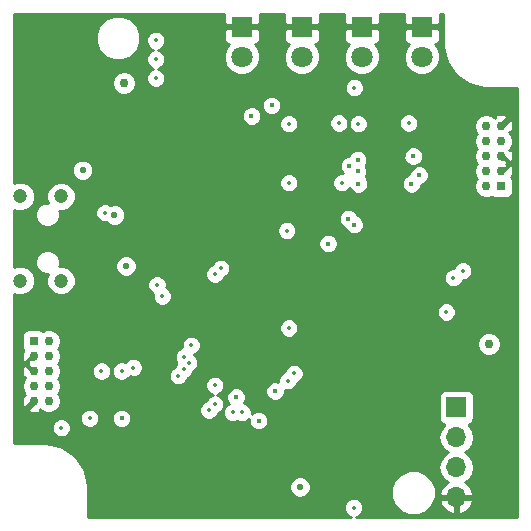
<source format=gbr>
%TF.GenerationSoftware,KiCad,Pcbnew,4.0.7-e2-6376~61~ubuntu18.04.1*%
%TF.CreationDate,2018-06-27T21:08:26+02:00*%
%TF.ProjectId,blackBoxProbe,626C61636B426F7850726F62652E6B69,rev?*%
%TF.FileFunction,Copper,L2,Inr,Signal*%
%FSLAX46Y46*%
G04 Gerber Fmt 4.6, Leading zero omitted, Abs format (unit mm)*
G04 Created by KiCad (PCBNEW 4.0.7-e2-6376~61~ubuntu18.04.1) date Wed Jun 27 21:08:26 2018*
%MOMM*%
%LPD*%
G01*
G04 APERTURE LIST*
%ADD10C,0.150000*%
%ADD11C,1.200000*%
%ADD12R,1.700000X1.700000*%
%ADD13O,1.700000X1.700000*%
%ADD14R,1.800000X1.800000*%
%ADD15C,1.800000*%
%ADD16R,0.750000X0.750000*%
%ADD17C,0.750000*%
%ADD18C,0.550000*%
%ADD19C,0.355600*%
%ADD20C,0.381000*%
%ADD21C,0.254000*%
G04 APERTURE END LIST*
D10*
D11*
X18975000Y-167395000D03*
X18975000Y-174545000D03*
X15525000Y-167395000D03*
X15525000Y-174545000D03*
D12*
X52450000Y-185260000D03*
D13*
X52450000Y-187800000D03*
X52450000Y-190340000D03*
X52450000Y-192880000D03*
D14*
X34290000Y-153035000D03*
D15*
X34290000Y-155575000D03*
D14*
X39370000Y-153035000D03*
D15*
X39370000Y-155575000D03*
D14*
X44450000Y-153035000D03*
D15*
X44450000Y-155575000D03*
D14*
X49530000Y-153035000D03*
D15*
X49530000Y-155575000D03*
D16*
X16665000Y-179660000D03*
D17*
X17935000Y-179660000D03*
X16665000Y-180930000D03*
X17935000Y-180930000D03*
X16665000Y-182200000D03*
X17935000Y-182200000D03*
X16665000Y-183470000D03*
X17935000Y-183470000D03*
X16665000Y-184740000D03*
X17935000Y-184740000D03*
D16*
X56235000Y-166540000D03*
D17*
X54965000Y-166540000D03*
X56235000Y-165270000D03*
X54965000Y-165270000D03*
X56235000Y-164000000D03*
X54965000Y-164000000D03*
X56235000Y-162730000D03*
X54965000Y-162730000D03*
X56235000Y-161460000D03*
X54965000Y-161460000D03*
D18*
X23500000Y-169000000D03*
X20800000Y-165200000D03*
X24500000Y-173300000D03*
D17*
X50800000Y-179900000D03*
D19*
X53800000Y-170400000D03*
X46400000Y-162000000D03*
X40500000Y-167000000D03*
X47000000Y-159800000D03*
X46400000Y-167000000D03*
X40500000Y-162000000D03*
X22800000Y-187700000D03*
X28000000Y-192900000D03*
X24500000Y-168900000D03*
X38250000Y-180050000D03*
D18*
X39200000Y-193600000D03*
D19*
X29050000Y-175850000D03*
D18*
X23600000Y-171500000D03*
D20*
X24100000Y-185200000D03*
X24600000Y-174900000D03*
D17*
X15550000Y-163200000D03*
X23150000Y-161100000D03*
D18*
X16210000Y-177935000D03*
D17*
X20500000Y-173750000D03*
D20*
X44100000Y-165300000D03*
X44150000Y-166350000D03*
D17*
X55200000Y-179900000D03*
D19*
X52200000Y-174300000D03*
X38100000Y-170300000D03*
X38250000Y-161250000D03*
X38250000Y-166250000D03*
X44150000Y-161250000D03*
X43800000Y-158200000D03*
X19000000Y-187000000D03*
D17*
X24300000Y-157800000D03*
D19*
X25100000Y-181900000D03*
X38250000Y-178550000D03*
X43750000Y-193750000D03*
D18*
X39200000Y-192000000D03*
D19*
X27550000Y-175850000D03*
D20*
X24100000Y-186200000D03*
D19*
X53000000Y-173700000D03*
X38200000Y-183000000D03*
D20*
X48650000Y-166350000D03*
D19*
X42500000Y-161200000D03*
X48400000Y-161200000D03*
X42750000Y-166250000D03*
D20*
X36800000Y-159700000D03*
D19*
X34300000Y-185700000D03*
D20*
X35100000Y-160600000D03*
D19*
X32000000Y-183400000D03*
X51600000Y-177200000D03*
X38700000Y-182400000D03*
X28900000Y-182600000D03*
X22700000Y-168800000D03*
X22400000Y-182200000D03*
X24100000Y-182200000D03*
X21400000Y-186200000D03*
X31500000Y-185500000D03*
X27100000Y-174900000D03*
X30000000Y-180000000D03*
D20*
X49300000Y-165600000D03*
X48800000Y-164000000D03*
D19*
X27000000Y-154200000D03*
X29400000Y-182000000D03*
X27000000Y-155800000D03*
X29800000Y-181500000D03*
X27000000Y-157400000D03*
X29400000Y-181000000D03*
X33500000Y-185700000D03*
X32500000Y-173500000D03*
X32000000Y-185000000D03*
X32000000Y-174000000D03*
D20*
X44100000Y-164300000D03*
X33800000Y-184400000D03*
X43300000Y-169300000D03*
X37100000Y-183900000D03*
X43800000Y-169800000D03*
X41600000Y-171400000D03*
X43400000Y-164800000D03*
X35700000Y-186400000D03*
D21*
G36*
X32755000Y-152008691D02*
X32755000Y-152749250D01*
X32913750Y-152908000D01*
X34163000Y-152908000D01*
X34163000Y-152888000D01*
X34417000Y-152888000D01*
X34417000Y-152908000D01*
X35666250Y-152908000D01*
X35825000Y-152749250D01*
X35825000Y-152008691D01*
X35804832Y-151960000D01*
X37855168Y-151960000D01*
X37835000Y-152008691D01*
X37835000Y-152749250D01*
X37993750Y-152908000D01*
X39243000Y-152908000D01*
X39243000Y-152888000D01*
X39497000Y-152888000D01*
X39497000Y-152908000D01*
X40746250Y-152908000D01*
X40905000Y-152749250D01*
X40905000Y-152008691D01*
X40884832Y-151960000D01*
X42935168Y-151960000D01*
X42915000Y-152008691D01*
X42915000Y-152749250D01*
X43073750Y-152908000D01*
X44323000Y-152908000D01*
X44323000Y-152888000D01*
X44577000Y-152888000D01*
X44577000Y-152908000D01*
X45826250Y-152908000D01*
X45985000Y-152749250D01*
X45985000Y-152008691D01*
X45964832Y-151960000D01*
X48015168Y-151960000D01*
X47995000Y-152008691D01*
X47995000Y-152749250D01*
X48153750Y-152908000D01*
X49403000Y-152908000D01*
X49403000Y-152888000D01*
X49657000Y-152888000D01*
X49657000Y-152908000D01*
X50906250Y-152908000D01*
X51065000Y-152749250D01*
X51065000Y-152008691D01*
X51044832Y-151960000D01*
X51340000Y-151960000D01*
X51340000Y-154500000D01*
X51353642Y-154568584D01*
X51353642Y-154638514D01*
X51582003Y-155786564D01*
X51654244Y-155960967D01*
X51688018Y-156042505D01*
X52338337Y-157015775D01*
X52534225Y-157211663D01*
X53507495Y-157861982D01*
X53585889Y-157894454D01*
X53763436Y-157967997D01*
X54911487Y-158196358D01*
X54981416Y-158196358D01*
X55050000Y-158210000D01*
X57590000Y-158210000D01*
X57590000Y-194540000D01*
X43966488Y-194540000D01*
X44209813Y-194439460D01*
X44438657Y-194211016D01*
X44562659Y-193912385D01*
X44562941Y-193589033D01*
X44439460Y-193290187D01*
X44211016Y-193061343D01*
X43912385Y-192937341D01*
X43589033Y-192937059D01*
X43290187Y-193060540D01*
X43061343Y-193288984D01*
X42937341Y-193587615D01*
X42937059Y-193910967D01*
X43060540Y-194209813D01*
X43288984Y-194438657D01*
X43533046Y-194540000D01*
X21260000Y-194540000D01*
X21260000Y-192180216D01*
X38289842Y-192180216D01*
X38428090Y-192514800D01*
X38683853Y-192771011D01*
X39018196Y-192909842D01*
X39380216Y-192910158D01*
X39469406Y-192873305D01*
X46914674Y-192873305D01*
X47201043Y-193566372D01*
X47730839Y-194097093D01*
X48423405Y-194384672D01*
X49173305Y-194385326D01*
X49866372Y-194098957D01*
X50397093Y-193569161D01*
X50535064Y-193236890D01*
X51008524Y-193236890D01*
X51178355Y-193646924D01*
X51568642Y-194075183D01*
X52093108Y-194321486D01*
X52323000Y-194200819D01*
X52323000Y-193007000D01*
X52577000Y-193007000D01*
X52577000Y-194200819D01*
X52806892Y-194321486D01*
X53331358Y-194075183D01*
X53721645Y-193646924D01*
X53891476Y-193236890D01*
X53770155Y-193007000D01*
X52577000Y-193007000D01*
X52323000Y-193007000D01*
X51129845Y-193007000D01*
X51008524Y-193236890D01*
X50535064Y-193236890D01*
X50684672Y-192876595D01*
X50685326Y-192126695D01*
X50398957Y-191433628D01*
X49869161Y-190902907D01*
X49176595Y-190615328D01*
X48426695Y-190614674D01*
X47733628Y-190901043D01*
X47202907Y-191430839D01*
X46915328Y-192123405D01*
X46914674Y-192873305D01*
X39469406Y-192873305D01*
X39714800Y-192771910D01*
X39971011Y-192516147D01*
X40109842Y-192181804D01*
X40110158Y-191819784D01*
X39971910Y-191485200D01*
X39716147Y-191228989D01*
X39381804Y-191090158D01*
X39019784Y-191089842D01*
X38685200Y-191228090D01*
X38428989Y-191483853D01*
X38290158Y-191818196D01*
X38289842Y-192180216D01*
X21260000Y-192180216D01*
X21260000Y-192000000D01*
X21246358Y-191931416D01*
X21246358Y-191861487D01*
X21017997Y-190713436D01*
X20911982Y-190457496D01*
X20911982Y-190457495D01*
X20261663Y-189484225D01*
X20065775Y-189288337D01*
X19092505Y-188638018D01*
X18836564Y-188532003D01*
X17688514Y-188303642D01*
X17618584Y-188303642D01*
X17550000Y-188290000D01*
X15010000Y-188290000D01*
X15010000Y-187160967D01*
X18187059Y-187160967D01*
X18310540Y-187459813D01*
X18538984Y-187688657D01*
X18837615Y-187812659D01*
X19160967Y-187812941D01*
X19192286Y-187800000D01*
X50935907Y-187800000D01*
X51048946Y-188368285D01*
X51370853Y-188850054D01*
X51700026Y-189070000D01*
X51370853Y-189289946D01*
X51048946Y-189771715D01*
X50935907Y-190340000D01*
X51048946Y-190908285D01*
X51370853Y-191390054D01*
X51711553Y-191617702D01*
X51568642Y-191684817D01*
X51178355Y-192113076D01*
X51008524Y-192523110D01*
X51129845Y-192753000D01*
X52323000Y-192753000D01*
X52323000Y-192733000D01*
X52577000Y-192733000D01*
X52577000Y-192753000D01*
X53770155Y-192753000D01*
X53891476Y-192523110D01*
X53721645Y-192113076D01*
X53331358Y-191684817D01*
X53188447Y-191617702D01*
X53529147Y-191390054D01*
X53851054Y-190908285D01*
X53964093Y-190340000D01*
X53851054Y-189771715D01*
X53529147Y-189289946D01*
X53199974Y-189070000D01*
X53529147Y-188850054D01*
X53851054Y-188368285D01*
X53964093Y-187800000D01*
X53851054Y-187231715D01*
X53529147Y-186749946D01*
X53487548Y-186722150D01*
X53535317Y-186713162D01*
X53751441Y-186574090D01*
X53896431Y-186361890D01*
X53947440Y-186110000D01*
X53947440Y-184410000D01*
X53903162Y-184174683D01*
X53764090Y-183958559D01*
X53551890Y-183813569D01*
X53300000Y-183762560D01*
X51600000Y-183762560D01*
X51364683Y-183806838D01*
X51148559Y-183945910D01*
X51003569Y-184158110D01*
X50952560Y-184410000D01*
X50952560Y-186110000D01*
X50996838Y-186345317D01*
X51135910Y-186561441D01*
X51348110Y-186706431D01*
X51415541Y-186720086D01*
X51370853Y-186749946D01*
X51048946Y-187231715D01*
X50935907Y-187800000D01*
X19192286Y-187800000D01*
X19459813Y-187689460D01*
X19688657Y-187461016D01*
X19812659Y-187162385D01*
X19812941Y-186839033D01*
X19689460Y-186540187D01*
X19510554Y-186360967D01*
X20587059Y-186360967D01*
X20710540Y-186659813D01*
X20938984Y-186888657D01*
X21237615Y-187012659D01*
X21560967Y-187012941D01*
X21859813Y-186889460D01*
X22088657Y-186661016D01*
X22212203Y-186363482D01*
X23274357Y-186363482D01*
X23399767Y-186666998D01*
X23631781Y-186899417D01*
X23935077Y-187025357D01*
X24263482Y-187025643D01*
X24566998Y-186900233D01*
X24799417Y-186668219D01*
X24925357Y-186364923D01*
X24925643Y-186036518D01*
X24800233Y-185733002D01*
X24728324Y-185660967D01*
X30687059Y-185660967D01*
X30810540Y-185959813D01*
X31038984Y-186188657D01*
X31337615Y-186312659D01*
X31660967Y-186312941D01*
X31959813Y-186189460D01*
X32188657Y-185961016D01*
X32230200Y-185860967D01*
X32687059Y-185860967D01*
X32810540Y-186159813D01*
X33038984Y-186388657D01*
X33337615Y-186512659D01*
X33660967Y-186512941D01*
X33900219Y-186414084D01*
X34137615Y-186512659D01*
X34460967Y-186512941D01*
X34759813Y-186389460D01*
X34874608Y-186274865D01*
X34874357Y-186563482D01*
X34999767Y-186866998D01*
X35231781Y-187099417D01*
X35535077Y-187225357D01*
X35863482Y-187225643D01*
X36166998Y-187100233D01*
X36399417Y-186868219D01*
X36525357Y-186564923D01*
X36525643Y-186236518D01*
X36400233Y-185933002D01*
X36168219Y-185700583D01*
X35864923Y-185574643D01*
X35536518Y-185574357D01*
X35233002Y-185699767D01*
X35112696Y-185819863D01*
X35112941Y-185539033D01*
X34989460Y-185240187D01*
X34761016Y-185011343D01*
X34475010Y-184892583D01*
X34499417Y-184868219D01*
X34625357Y-184564923D01*
X34625643Y-184236518D01*
X34554147Y-184063482D01*
X36274357Y-184063482D01*
X36399767Y-184366998D01*
X36631781Y-184599417D01*
X36935077Y-184725357D01*
X37263482Y-184725643D01*
X37566998Y-184600233D01*
X37799417Y-184368219D01*
X37925357Y-184064923D01*
X37925617Y-183766154D01*
X38037615Y-183812659D01*
X38360967Y-183812941D01*
X38659813Y-183689460D01*
X38888657Y-183461016D01*
X39012659Y-183162385D01*
X39012670Y-183150259D01*
X39159813Y-183089460D01*
X39388657Y-182861016D01*
X39512659Y-182562385D01*
X39512941Y-182239033D01*
X39389460Y-181940187D01*
X39161016Y-181711343D01*
X38862385Y-181587341D01*
X38539033Y-181587059D01*
X38240187Y-181710540D01*
X38011343Y-181938984D01*
X37887341Y-182237615D01*
X37887330Y-182249741D01*
X37740187Y-182310540D01*
X37511343Y-182538984D01*
X37387341Y-182837615D01*
X37387090Y-183125371D01*
X37264923Y-183074643D01*
X36936518Y-183074357D01*
X36633002Y-183199767D01*
X36400583Y-183431781D01*
X36274643Y-183735077D01*
X36274357Y-184063482D01*
X34554147Y-184063482D01*
X34500233Y-183933002D01*
X34268219Y-183700583D01*
X33964923Y-183574643D01*
X33636518Y-183574357D01*
X33333002Y-183699767D01*
X33100583Y-183931781D01*
X32974643Y-184235077D01*
X32974357Y-184563482D01*
X33099767Y-184866998D01*
X33183816Y-184951194D01*
X33040187Y-185010540D01*
X32811343Y-185238984D01*
X32687341Y-185537615D01*
X32687059Y-185860967D01*
X32230200Y-185860967D01*
X32268612Y-185768463D01*
X32459813Y-185689460D01*
X32688657Y-185461016D01*
X32812659Y-185162385D01*
X32812941Y-184839033D01*
X32689460Y-184540187D01*
X32461016Y-184311343D01*
X32192580Y-184199879D01*
X32459813Y-184089460D01*
X32688657Y-183861016D01*
X32812659Y-183562385D01*
X32812941Y-183239033D01*
X32689460Y-182940187D01*
X32461016Y-182711343D01*
X32162385Y-182587341D01*
X31839033Y-182587059D01*
X31540187Y-182710540D01*
X31311343Y-182938984D01*
X31187341Y-183237615D01*
X31187059Y-183560967D01*
X31310540Y-183859813D01*
X31538984Y-184088657D01*
X31807420Y-184200121D01*
X31540187Y-184310540D01*
X31311343Y-184538984D01*
X31231388Y-184731537D01*
X31040187Y-184810540D01*
X30811343Y-185038984D01*
X30687341Y-185337615D01*
X30687059Y-185660967D01*
X24728324Y-185660967D01*
X24568219Y-185500583D01*
X24264923Y-185374643D01*
X23936518Y-185374357D01*
X23633002Y-185499767D01*
X23400583Y-185731781D01*
X23274643Y-186035077D01*
X23274357Y-186363482D01*
X22212203Y-186363482D01*
X22212659Y-186362385D01*
X22212941Y-186039033D01*
X22089460Y-185740187D01*
X21861016Y-185511343D01*
X21562385Y-185387341D01*
X21239033Y-185387059D01*
X20940187Y-185510540D01*
X20711343Y-185738984D01*
X20587341Y-186037615D01*
X20587059Y-186360967D01*
X19510554Y-186360967D01*
X19461016Y-186311343D01*
X19162385Y-186187341D01*
X18839033Y-186187059D01*
X18540187Y-186310540D01*
X18311343Y-186538984D01*
X18187341Y-186837615D01*
X18187059Y-187160967D01*
X15010000Y-187160967D01*
X15010000Y-180814927D01*
X15641662Y-180814927D01*
X15675523Y-181215301D01*
X15763596Y-181427928D01*
X15965863Y-181449532D01*
X16485395Y-180930000D01*
X16471253Y-180915858D01*
X16650858Y-180736253D01*
X16665000Y-180750395D01*
X16679143Y-180736253D01*
X16858748Y-180915858D01*
X16844605Y-180930000D01*
X16858748Y-180944143D01*
X16679143Y-181123748D01*
X16665000Y-181109605D01*
X16581117Y-181193488D01*
X16379699Y-181210523D01*
X16167072Y-181298596D01*
X16145468Y-181500863D01*
X16209605Y-181565000D01*
X16145468Y-181629137D01*
X16167072Y-181831404D01*
X16549927Y-181953338D01*
X16594199Y-181949594D01*
X16665000Y-182020395D01*
X16679143Y-182006253D01*
X16858748Y-182185858D01*
X16844605Y-182200000D01*
X16858748Y-182214143D01*
X16679143Y-182393748D01*
X16665000Y-182379605D01*
X16650858Y-182393748D01*
X16471253Y-182214143D01*
X16485395Y-182200000D01*
X15965863Y-181680468D01*
X15763596Y-181702072D01*
X15641662Y-182084927D01*
X15675523Y-182485301D01*
X15763596Y-182697928D01*
X15965860Y-182719532D01*
X15848786Y-182836606D01*
X15859332Y-182847152D01*
X15809263Y-182897134D01*
X15655176Y-183268217D01*
X15654825Y-183670020D01*
X15808264Y-184041372D01*
X15859491Y-184092689D01*
X15848786Y-184103394D01*
X15965860Y-184220468D01*
X15763596Y-184242072D01*
X15641662Y-184624927D01*
X15675523Y-185025301D01*
X15763596Y-185237928D01*
X15965863Y-185259532D01*
X16485395Y-184740000D01*
X16471253Y-184725858D01*
X16650858Y-184546253D01*
X16665000Y-184560395D01*
X16679143Y-184546253D01*
X16858748Y-184725858D01*
X16844605Y-184740000D01*
X16858748Y-184754143D01*
X16679143Y-184933748D01*
X16665000Y-184919605D01*
X16145468Y-185439137D01*
X16167072Y-185641404D01*
X16549927Y-185763338D01*
X16950301Y-185729477D01*
X17162928Y-185641404D01*
X17184532Y-185439140D01*
X17301606Y-185556214D01*
X17312152Y-185545668D01*
X17362134Y-185595737D01*
X17733217Y-185749824D01*
X18135020Y-185750175D01*
X18506372Y-185596736D01*
X18790737Y-185312866D01*
X18944824Y-184941783D01*
X18945175Y-184539980D01*
X18791736Y-184168628D01*
X18728356Y-184105138D01*
X18790737Y-184042866D01*
X18944824Y-183671783D01*
X18945175Y-183269980D01*
X18791736Y-182898628D01*
X18728356Y-182835138D01*
X18790737Y-182772866D01*
X18944824Y-182401783D01*
X18944859Y-182360967D01*
X21587059Y-182360967D01*
X21710540Y-182659813D01*
X21938984Y-182888657D01*
X22237615Y-183012659D01*
X22560967Y-183012941D01*
X22859813Y-182889460D01*
X23088657Y-182661016D01*
X23212659Y-182362385D01*
X23212660Y-182360967D01*
X23287059Y-182360967D01*
X23410540Y-182659813D01*
X23638984Y-182888657D01*
X23937615Y-183012659D01*
X24260967Y-183012941D01*
X24559813Y-182889460D01*
X24688530Y-182760967D01*
X28087059Y-182760967D01*
X28210540Y-183059813D01*
X28438984Y-183288657D01*
X28737615Y-183412659D01*
X29060967Y-183412941D01*
X29359813Y-183289460D01*
X29588657Y-183061016D01*
X29712659Y-182762385D01*
X29712670Y-182750259D01*
X29859813Y-182689460D01*
X30088657Y-182461016D01*
X30189322Y-182218586D01*
X30259813Y-182189460D01*
X30488657Y-181961016D01*
X30612659Y-181662385D01*
X30612941Y-181339033D01*
X30489460Y-181040187D01*
X30261016Y-180811343D01*
X30213044Y-180791423D01*
X30459813Y-180689460D01*
X30688657Y-180461016D01*
X30812659Y-180162385D01*
X30812713Y-180100020D01*
X54189825Y-180100020D01*
X54343264Y-180471372D01*
X54627134Y-180755737D01*
X54998217Y-180909824D01*
X55400020Y-180910175D01*
X55771372Y-180756736D01*
X56055737Y-180472866D01*
X56209824Y-180101783D01*
X56210175Y-179699980D01*
X56056736Y-179328628D01*
X55772866Y-179044263D01*
X55401783Y-178890176D01*
X54999980Y-178889825D01*
X54628628Y-179043264D01*
X54344263Y-179327134D01*
X54190176Y-179698217D01*
X54189825Y-180100020D01*
X30812713Y-180100020D01*
X30812941Y-179839033D01*
X30689460Y-179540187D01*
X30461016Y-179311343D01*
X30162385Y-179187341D01*
X29839033Y-179187059D01*
X29540187Y-179310540D01*
X29311343Y-179538984D01*
X29187341Y-179837615D01*
X29187059Y-180160967D01*
X29203847Y-180201598D01*
X28940187Y-180310540D01*
X28711343Y-180538984D01*
X28587341Y-180837615D01*
X28587059Y-181160967D01*
X28710540Y-181459813D01*
X28750526Y-181499869D01*
X28711343Y-181538984D01*
X28587341Y-181837615D01*
X28587330Y-181849741D01*
X28440187Y-181910540D01*
X28211343Y-182138984D01*
X28087341Y-182437615D01*
X28087059Y-182760967D01*
X24688530Y-182760967D01*
X24788657Y-182661016D01*
X24792273Y-182652308D01*
X24937615Y-182712659D01*
X25260967Y-182712941D01*
X25559813Y-182589460D01*
X25788657Y-182361016D01*
X25912659Y-182062385D01*
X25912941Y-181739033D01*
X25789460Y-181440187D01*
X25561016Y-181211343D01*
X25262385Y-181087341D01*
X24939033Y-181087059D01*
X24640187Y-181210540D01*
X24411343Y-181438984D01*
X24407727Y-181447692D01*
X24262385Y-181387341D01*
X23939033Y-181387059D01*
X23640187Y-181510540D01*
X23411343Y-181738984D01*
X23287341Y-182037615D01*
X23287059Y-182360967D01*
X23212660Y-182360967D01*
X23212941Y-182039033D01*
X23089460Y-181740187D01*
X22861016Y-181511343D01*
X22562385Y-181387341D01*
X22239033Y-181387059D01*
X21940187Y-181510540D01*
X21711343Y-181738984D01*
X21587341Y-182037615D01*
X21587059Y-182360967D01*
X18944859Y-182360967D01*
X18945175Y-181999980D01*
X18791736Y-181628628D01*
X18728356Y-181565138D01*
X18790737Y-181502866D01*
X18944824Y-181131783D01*
X18945175Y-180729980D01*
X18791736Y-180358628D01*
X18728356Y-180295138D01*
X18790737Y-180232866D01*
X18944824Y-179861783D01*
X18945175Y-179459980D01*
X18791736Y-179088628D01*
X18507866Y-178804263D01*
X18283185Y-178710967D01*
X37437059Y-178710967D01*
X37560540Y-179009813D01*
X37788984Y-179238657D01*
X38087615Y-179362659D01*
X38410967Y-179362941D01*
X38709813Y-179239460D01*
X38938657Y-179011016D01*
X39062659Y-178712385D01*
X39062941Y-178389033D01*
X38939460Y-178090187D01*
X38711016Y-177861343D01*
X38412385Y-177737341D01*
X38089033Y-177737059D01*
X37790187Y-177860540D01*
X37561343Y-178088984D01*
X37437341Y-178387615D01*
X37437059Y-178710967D01*
X18283185Y-178710967D01*
X18136783Y-178650176D01*
X17734980Y-178649825D01*
X17423528Y-178778514D01*
X17291890Y-178688569D01*
X17040000Y-178637560D01*
X16290000Y-178637560D01*
X16054683Y-178681838D01*
X15838559Y-178820910D01*
X15693569Y-179033110D01*
X15642560Y-179285000D01*
X15642560Y-180035000D01*
X15686838Y-180270317D01*
X15789167Y-180429341D01*
X15763596Y-180432072D01*
X15641662Y-180814927D01*
X15010000Y-180814927D01*
X15010000Y-177360967D01*
X50787059Y-177360967D01*
X50910540Y-177659813D01*
X51138984Y-177888657D01*
X51437615Y-178012659D01*
X51760967Y-178012941D01*
X52059813Y-177889460D01*
X52288657Y-177661016D01*
X52412659Y-177362385D01*
X52412941Y-177039033D01*
X52289460Y-176740187D01*
X52061016Y-176511343D01*
X51762385Y-176387341D01*
X51439033Y-176387059D01*
X51140187Y-176510540D01*
X50911343Y-176738984D01*
X50787341Y-177037615D01*
X50787059Y-177360967D01*
X15010000Y-177360967D01*
X15010000Y-175668391D01*
X15278266Y-175779785D01*
X15769579Y-175780214D01*
X16223657Y-175592592D01*
X16571371Y-175245485D01*
X16759785Y-174791734D01*
X16760214Y-174300421D01*
X16572592Y-173846343D01*
X16225485Y-173498629D01*
X15771734Y-173310215D01*
X15280421Y-173309786D01*
X15010000Y-173421522D01*
X15010000Y-173174971D01*
X16789821Y-173174971D01*
X16947058Y-173555515D01*
X17237954Y-173846919D01*
X17618223Y-174004820D01*
X17861976Y-174005033D01*
X17740215Y-174298266D01*
X17739786Y-174789579D01*
X17927408Y-175243657D01*
X18274515Y-175591371D01*
X18728266Y-175779785D01*
X19219579Y-175780214D01*
X19673657Y-175592592D01*
X20021371Y-175245485D01*
X20097989Y-175060967D01*
X26287059Y-175060967D01*
X26410540Y-175359813D01*
X26638984Y-175588657D01*
X26757924Y-175638045D01*
X26737341Y-175687615D01*
X26737059Y-176010967D01*
X26860540Y-176309813D01*
X27088984Y-176538657D01*
X27387615Y-176662659D01*
X27710967Y-176662941D01*
X28009813Y-176539460D01*
X28238657Y-176311016D01*
X28362659Y-176012385D01*
X28362941Y-175689033D01*
X28239460Y-175390187D01*
X28011016Y-175161343D01*
X27892076Y-175111955D01*
X27912659Y-175062385D01*
X27912941Y-174739033D01*
X27789460Y-174440187D01*
X27561016Y-174211343D01*
X27439697Y-174160967D01*
X31187059Y-174160967D01*
X31310540Y-174459813D01*
X31538984Y-174688657D01*
X31837615Y-174812659D01*
X32160967Y-174812941D01*
X32459813Y-174689460D01*
X32688657Y-174461016D01*
X32688677Y-174460967D01*
X51387059Y-174460967D01*
X51510540Y-174759813D01*
X51738984Y-174988657D01*
X52037615Y-175112659D01*
X52360967Y-175112941D01*
X52659813Y-174989460D01*
X52888657Y-174761016D01*
X52991728Y-174512793D01*
X53160967Y-174512941D01*
X53459813Y-174389460D01*
X53688657Y-174161016D01*
X53812659Y-173862385D01*
X53812941Y-173539033D01*
X53689460Y-173240187D01*
X53461016Y-173011343D01*
X53162385Y-172887341D01*
X52839033Y-172887059D01*
X52540187Y-173010540D01*
X52311343Y-173238984D01*
X52208272Y-173487207D01*
X52039033Y-173487059D01*
X51740187Y-173610540D01*
X51511343Y-173838984D01*
X51387341Y-174137615D01*
X51387059Y-174460967D01*
X32688677Y-174460967D01*
X32768612Y-174268463D01*
X32959813Y-174189460D01*
X33188657Y-173961016D01*
X33312659Y-173662385D01*
X33312941Y-173339033D01*
X33189460Y-173040187D01*
X32961016Y-172811343D01*
X32662385Y-172687341D01*
X32339033Y-172687059D01*
X32040187Y-172810540D01*
X31811343Y-173038984D01*
X31731388Y-173231537D01*
X31540187Y-173310540D01*
X31311343Y-173538984D01*
X31187341Y-173837615D01*
X31187059Y-174160967D01*
X27439697Y-174160967D01*
X27262385Y-174087341D01*
X26939033Y-174087059D01*
X26640187Y-174210540D01*
X26411343Y-174438984D01*
X26287341Y-174737615D01*
X26287059Y-175060967D01*
X20097989Y-175060967D01*
X20209785Y-174791734D01*
X20210214Y-174300421D01*
X20022592Y-173846343D01*
X19675485Y-173498629D01*
X19631142Y-173480216D01*
X23589842Y-173480216D01*
X23728090Y-173814800D01*
X23983853Y-174071011D01*
X24318196Y-174209842D01*
X24680216Y-174210158D01*
X25014800Y-174071910D01*
X25271011Y-173816147D01*
X25409842Y-173481804D01*
X25410158Y-173119784D01*
X25271910Y-172785200D01*
X25016147Y-172528989D01*
X24681804Y-172390158D01*
X24319784Y-172389842D01*
X23985200Y-172528090D01*
X23728989Y-172783853D01*
X23590158Y-173118196D01*
X23589842Y-173480216D01*
X19631142Y-173480216D01*
X19221734Y-173310215D01*
X18804563Y-173309851D01*
X18859820Y-173176777D01*
X18860179Y-172765029D01*
X18702942Y-172384485D01*
X18412046Y-172093081D01*
X18031777Y-171935180D01*
X17620029Y-171934821D01*
X17239485Y-172092058D01*
X16948081Y-172382954D01*
X16790180Y-172763223D01*
X16789821Y-173174971D01*
X15010000Y-173174971D01*
X15010000Y-171563482D01*
X40774357Y-171563482D01*
X40899767Y-171866998D01*
X41131781Y-172099417D01*
X41435077Y-172225357D01*
X41763482Y-172225643D01*
X42066998Y-172100233D01*
X42299417Y-171868219D01*
X42425357Y-171564923D01*
X42425643Y-171236518D01*
X42300233Y-170933002D01*
X42068219Y-170700583D01*
X41764923Y-170574643D01*
X41436518Y-170574357D01*
X41133002Y-170699767D01*
X40900583Y-170931781D01*
X40774643Y-171235077D01*
X40774357Y-171563482D01*
X15010000Y-171563482D01*
X15010000Y-170460967D01*
X37287059Y-170460967D01*
X37410540Y-170759813D01*
X37638984Y-170988657D01*
X37937615Y-171112659D01*
X38260967Y-171112941D01*
X38559813Y-170989460D01*
X38788657Y-170761016D01*
X38912659Y-170462385D01*
X38912941Y-170139033D01*
X38789460Y-169840187D01*
X38561016Y-169611343D01*
X38262385Y-169487341D01*
X37939033Y-169487059D01*
X37640187Y-169610540D01*
X37411343Y-169838984D01*
X37287341Y-170137615D01*
X37287059Y-170460967D01*
X15010000Y-170460967D01*
X15010000Y-169174971D01*
X16789821Y-169174971D01*
X16947058Y-169555515D01*
X17237954Y-169846919D01*
X17618223Y-170004820D01*
X18029971Y-170005179D01*
X18410515Y-169847942D01*
X18701919Y-169557046D01*
X18859820Y-169176777D01*
X18860008Y-168960967D01*
X21887059Y-168960967D01*
X22010540Y-169259813D01*
X22238984Y-169488657D01*
X22537615Y-169612659D01*
X22826029Y-169612911D01*
X22983853Y-169771011D01*
X23318196Y-169909842D01*
X23680216Y-169910158D01*
X24014800Y-169771910D01*
X24271011Y-169516147D01*
X24292879Y-169463482D01*
X42474357Y-169463482D01*
X42599767Y-169766998D01*
X42831781Y-169999417D01*
X43021808Y-170078324D01*
X43099767Y-170266998D01*
X43331781Y-170499417D01*
X43635077Y-170625357D01*
X43963482Y-170625643D01*
X44266998Y-170500233D01*
X44499417Y-170268219D01*
X44625357Y-169964923D01*
X44625643Y-169636518D01*
X44500233Y-169333002D01*
X44268219Y-169100583D01*
X44078192Y-169021676D01*
X44000233Y-168833002D01*
X43768219Y-168600583D01*
X43464923Y-168474643D01*
X43136518Y-168474357D01*
X42833002Y-168599767D01*
X42600583Y-168831781D01*
X42474643Y-169135077D01*
X42474357Y-169463482D01*
X24292879Y-169463482D01*
X24409842Y-169181804D01*
X24410158Y-168819784D01*
X24271910Y-168485200D01*
X24016147Y-168228989D01*
X23681804Y-168090158D01*
X23319784Y-168089842D01*
X23192184Y-168142566D01*
X23161016Y-168111343D01*
X22862385Y-167987341D01*
X22539033Y-167987059D01*
X22240187Y-168110540D01*
X22011343Y-168338984D01*
X21887341Y-168637615D01*
X21887059Y-168960967D01*
X18860008Y-168960967D01*
X18860179Y-168765029D01*
X18804325Y-168629851D01*
X19219579Y-168630214D01*
X19673657Y-168442592D01*
X20021371Y-168095485D01*
X20209785Y-167641734D01*
X20210214Y-167150421D01*
X20022592Y-166696343D01*
X19737715Y-166410967D01*
X37437059Y-166410967D01*
X37560540Y-166709813D01*
X37788984Y-166938657D01*
X38087615Y-167062659D01*
X38410967Y-167062941D01*
X38709813Y-166939460D01*
X38938657Y-166711016D01*
X39062659Y-166412385D01*
X39062660Y-166410967D01*
X41937059Y-166410967D01*
X42060540Y-166709813D01*
X42288984Y-166938657D01*
X42587615Y-167062659D01*
X42910967Y-167062941D01*
X43209813Y-166939460D01*
X43415520Y-166734113D01*
X43449767Y-166816998D01*
X43681781Y-167049417D01*
X43985077Y-167175357D01*
X44313482Y-167175643D01*
X44616998Y-167050233D01*
X44849417Y-166818219D01*
X44975357Y-166514923D01*
X44975358Y-166513482D01*
X47824357Y-166513482D01*
X47949767Y-166816998D01*
X48181781Y-167049417D01*
X48485077Y-167175357D01*
X48813482Y-167175643D01*
X49116998Y-167050233D01*
X49349417Y-166818219D01*
X49475357Y-166514923D01*
X49475439Y-166420702D01*
X49766998Y-166300233D01*
X49999417Y-166068219D01*
X50125357Y-165764923D01*
X50125643Y-165436518D01*
X50000233Y-165133002D01*
X49768219Y-164900583D01*
X49464923Y-164774643D01*
X49136518Y-164774357D01*
X48833002Y-164899767D01*
X48600583Y-165131781D01*
X48474643Y-165435077D01*
X48474561Y-165529298D01*
X48183002Y-165649767D01*
X47950583Y-165881781D01*
X47824643Y-166185077D01*
X47824357Y-166513482D01*
X44975358Y-166513482D01*
X44975643Y-166186518D01*
X44850233Y-165883002D01*
X44767478Y-165800102D01*
X44799417Y-165768219D01*
X44925357Y-165464923D01*
X44925643Y-165136518D01*
X44800233Y-164833002D01*
X44767434Y-164800146D01*
X44799417Y-164768219D01*
X44925357Y-164464923D01*
X44925619Y-164163482D01*
X47974357Y-164163482D01*
X48099767Y-164466998D01*
X48331781Y-164699417D01*
X48635077Y-164825357D01*
X48963482Y-164825643D01*
X49266998Y-164700233D01*
X49499417Y-164468219D01*
X49625357Y-164164923D01*
X49625643Y-163836518D01*
X49500233Y-163533002D01*
X49268219Y-163300583D01*
X48964923Y-163174643D01*
X48636518Y-163174357D01*
X48333002Y-163299767D01*
X48100583Y-163531781D01*
X47974643Y-163835077D01*
X47974357Y-164163482D01*
X44925619Y-164163482D01*
X44925643Y-164136518D01*
X44800233Y-163833002D01*
X44568219Y-163600583D01*
X44264923Y-163474643D01*
X43936518Y-163474357D01*
X43633002Y-163599767D01*
X43400583Y-163831781D01*
X43341342Y-163974448D01*
X43236518Y-163974357D01*
X42933002Y-164099767D01*
X42700583Y-164331781D01*
X42574643Y-164635077D01*
X42574357Y-164963482D01*
X42699767Y-165266998D01*
X42869776Y-165437304D01*
X42589033Y-165437059D01*
X42290187Y-165560540D01*
X42061343Y-165788984D01*
X41937341Y-166087615D01*
X41937059Y-166410967D01*
X39062660Y-166410967D01*
X39062941Y-166089033D01*
X38939460Y-165790187D01*
X38711016Y-165561343D01*
X38412385Y-165437341D01*
X38089033Y-165437059D01*
X37790187Y-165560540D01*
X37561343Y-165788984D01*
X37437341Y-166087615D01*
X37437059Y-166410967D01*
X19737715Y-166410967D01*
X19675485Y-166348629D01*
X19221734Y-166160215D01*
X18730421Y-166159786D01*
X18276343Y-166347408D01*
X17928629Y-166694515D01*
X17740215Y-167148266D01*
X17739786Y-167639579D01*
X17861865Y-167935032D01*
X17620029Y-167934821D01*
X17239485Y-168092058D01*
X16948081Y-168382954D01*
X16790180Y-168763223D01*
X16789821Y-169174971D01*
X15010000Y-169174971D01*
X15010000Y-168518391D01*
X15278266Y-168629785D01*
X15769579Y-168630214D01*
X16223657Y-168442592D01*
X16571371Y-168095485D01*
X16759785Y-167641734D01*
X16760214Y-167150421D01*
X16572592Y-166696343D01*
X16225485Y-166348629D01*
X15771734Y-166160215D01*
X15280421Y-166159786D01*
X15010000Y-166271522D01*
X15010000Y-165380216D01*
X19889842Y-165380216D01*
X20028090Y-165714800D01*
X20283853Y-165971011D01*
X20618196Y-166109842D01*
X20980216Y-166110158D01*
X21314800Y-165971910D01*
X21571011Y-165716147D01*
X21709842Y-165381804D01*
X21710158Y-165019784D01*
X21571910Y-164685200D01*
X21316147Y-164428989D01*
X20981804Y-164290158D01*
X20619784Y-164289842D01*
X20285200Y-164428090D01*
X20028989Y-164683853D01*
X19890158Y-165018196D01*
X19889842Y-165380216D01*
X15010000Y-165380216D01*
X15010000Y-160763482D01*
X34274357Y-160763482D01*
X34399767Y-161066998D01*
X34631781Y-161299417D01*
X34935077Y-161425357D01*
X35263482Y-161425643D01*
X35299000Y-161410967D01*
X37437059Y-161410967D01*
X37560540Y-161709813D01*
X37788984Y-161938657D01*
X38087615Y-162062659D01*
X38410967Y-162062941D01*
X38709813Y-161939460D01*
X38938657Y-161711016D01*
X39062659Y-161412385D01*
X39062703Y-161360967D01*
X41687059Y-161360967D01*
X41810540Y-161659813D01*
X42038984Y-161888657D01*
X42337615Y-162012659D01*
X42660967Y-162012941D01*
X42959813Y-161889460D01*
X43188657Y-161661016D01*
X43292486Y-161410967D01*
X43337059Y-161410967D01*
X43460540Y-161709813D01*
X43688984Y-161938657D01*
X43987615Y-162062659D01*
X44310967Y-162062941D01*
X44609813Y-161939460D01*
X44838657Y-161711016D01*
X44962659Y-161412385D01*
X44962703Y-161360967D01*
X47587059Y-161360967D01*
X47710540Y-161659813D01*
X47938984Y-161888657D01*
X48237615Y-162012659D01*
X48560967Y-162012941D01*
X48859813Y-161889460D01*
X49088657Y-161661016D01*
X49089070Y-161660020D01*
X53954825Y-161660020D01*
X54108264Y-162031372D01*
X54171644Y-162094862D01*
X54109263Y-162157134D01*
X53955176Y-162528217D01*
X53954825Y-162930020D01*
X54108264Y-163301372D01*
X54171644Y-163364862D01*
X54109263Y-163427134D01*
X53955176Y-163798217D01*
X53954825Y-164200020D01*
X54108264Y-164571372D01*
X54171644Y-164634862D01*
X54109263Y-164697134D01*
X53955176Y-165068217D01*
X53954825Y-165470020D01*
X54108264Y-165841372D01*
X54171644Y-165904862D01*
X54109263Y-165967134D01*
X53955176Y-166338217D01*
X53954825Y-166740020D01*
X54108264Y-167111372D01*
X54392134Y-167395737D01*
X54763217Y-167549824D01*
X55165020Y-167550175D01*
X55476472Y-167421486D01*
X55608110Y-167511431D01*
X55860000Y-167562440D01*
X56610000Y-167562440D01*
X56845317Y-167518162D01*
X57061441Y-167379090D01*
X57206431Y-167166890D01*
X57257440Y-166915000D01*
X57257440Y-166165000D01*
X57213162Y-165929683D01*
X57110833Y-165770659D01*
X57136404Y-165767928D01*
X57258338Y-165385073D01*
X57224477Y-164984699D01*
X57136404Y-164772072D01*
X56934137Y-164750468D01*
X56414605Y-165270000D01*
X56428748Y-165284143D01*
X56249143Y-165463748D01*
X56235000Y-165449605D01*
X56220858Y-165463748D01*
X56041253Y-165284143D01*
X56055395Y-165270000D01*
X56041253Y-165255858D01*
X56220858Y-165076253D01*
X56235000Y-165090395D01*
X56318883Y-165006512D01*
X56520301Y-164989477D01*
X56732928Y-164901404D01*
X56754532Y-164699137D01*
X56690395Y-164635000D01*
X56754532Y-164570863D01*
X56732928Y-164368596D01*
X56350073Y-164246662D01*
X56305801Y-164250406D01*
X56235000Y-164179605D01*
X56220858Y-164193748D01*
X56041253Y-164014143D01*
X56055395Y-164000000D01*
X56041253Y-163985858D01*
X56220858Y-163806253D01*
X56235000Y-163820395D01*
X56249143Y-163806253D01*
X56428748Y-163985858D01*
X56414605Y-164000000D01*
X56934137Y-164519532D01*
X57136404Y-164497928D01*
X57258338Y-164115073D01*
X57224477Y-163714699D01*
X57136404Y-163502072D01*
X56934140Y-163480468D01*
X57051214Y-163363394D01*
X57040668Y-163352848D01*
X57090737Y-163302866D01*
X57244824Y-162931783D01*
X57245175Y-162529980D01*
X57091736Y-162158628D01*
X57040509Y-162107311D01*
X57051214Y-162096606D01*
X56934140Y-161979532D01*
X57136404Y-161957928D01*
X57258338Y-161575073D01*
X57224477Y-161174699D01*
X57136404Y-160962072D01*
X56934137Y-160940468D01*
X56414605Y-161460000D01*
X56428748Y-161474143D01*
X56249143Y-161653748D01*
X56235000Y-161639605D01*
X56220858Y-161653748D01*
X56041253Y-161474143D01*
X56055395Y-161460000D01*
X56041253Y-161445858D01*
X56220858Y-161266253D01*
X56235000Y-161280395D01*
X56754532Y-160760863D01*
X56732928Y-160558596D01*
X56350073Y-160436662D01*
X55949699Y-160470523D01*
X55737072Y-160558596D01*
X55715468Y-160760860D01*
X55598394Y-160643786D01*
X55587848Y-160654332D01*
X55537866Y-160604263D01*
X55166783Y-160450176D01*
X54764980Y-160449825D01*
X54393628Y-160603264D01*
X54109263Y-160887134D01*
X53955176Y-161258217D01*
X53954825Y-161660020D01*
X49089070Y-161660020D01*
X49212659Y-161362385D01*
X49212941Y-161039033D01*
X49089460Y-160740187D01*
X48861016Y-160511343D01*
X48562385Y-160387341D01*
X48239033Y-160387059D01*
X47940187Y-160510540D01*
X47711343Y-160738984D01*
X47587341Y-161037615D01*
X47587059Y-161360967D01*
X44962703Y-161360967D01*
X44962941Y-161089033D01*
X44839460Y-160790187D01*
X44611016Y-160561343D01*
X44312385Y-160437341D01*
X43989033Y-160437059D01*
X43690187Y-160560540D01*
X43461343Y-160788984D01*
X43337341Y-161087615D01*
X43337059Y-161410967D01*
X43292486Y-161410967D01*
X43312659Y-161362385D01*
X43312941Y-161039033D01*
X43189460Y-160740187D01*
X42961016Y-160511343D01*
X42662385Y-160387341D01*
X42339033Y-160387059D01*
X42040187Y-160510540D01*
X41811343Y-160738984D01*
X41687341Y-161037615D01*
X41687059Y-161360967D01*
X39062703Y-161360967D01*
X39062941Y-161089033D01*
X38939460Y-160790187D01*
X38711016Y-160561343D01*
X38412385Y-160437341D01*
X38089033Y-160437059D01*
X37790187Y-160560540D01*
X37561343Y-160788984D01*
X37437341Y-161087615D01*
X37437059Y-161410967D01*
X35299000Y-161410967D01*
X35566998Y-161300233D01*
X35799417Y-161068219D01*
X35925357Y-160764923D01*
X35925643Y-160436518D01*
X35800233Y-160133002D01*
X35568219Y-159900583D01*
X35478871Y-159863482D01*
X35974357Y-159863482D01*
X36099767Y-160166998D01*
X36331781Y-160399417D01*
X36635077Y-160525357D01*
X36963482Y-160525643D01*
X37266998Y-160400233D01*
X37499417Y-160168219D01*
X37625357Y-159864923D01*
X37625643Y-159536518D01*
X37500233Y-159233002D01*
X37268219Y-159000583D01*
X36964923Y-158874643D01*
X36636518Y-158874357D01*
X36333002Y-158999767D01*
X36100583Y-159231781D01*
X35974643Y-159535077D01*
X35974357Y-159863482D01*
X35478871Y-159863482D01*
X35264923Y-159774643D01*
X34936518Y-159774357D01*
X34633002Y-159899767D01*
X34400583Y-160131781D01*
X34274643Y-160435077D01*
X34274357Y-160763482D01*
X15010000Y-160763482D01*
X15010000Y-158000020D01*
X23289825Y-158000020D01*
X23443264Y-158371372D01*
X23727134Y-158655737D01*
X24098217Y-158809824D01*
X24500020Y-158810175D01*
X24871372Y-158656736D01*
X25155737Y-158372866D01*
X25160677Y-158360967D01*
X42987059Y-158360967D01*
X43110540Y-158659813D01*
X43338984Y-158888657D01*
X43637615Y-159012659D01*
X43960967Y-159012941D01*
X44259813Y-158889460D01*
X44488657Y-158661016D01*
X44612659Y-158362385D01*
X44612941Y-158039033D01*
X44489460Y-157740187D01*
X44261016Y-157511343D01*
X43962385Y-157387341D01*
X43639033Y-157387059D01*
X43340187Y-157510540D01*
X43111343Y-157738984D01*
X42987341Y-158037615D01*
X42987059Y-158360967D01*
X25160677Y-158360967D01*
X25309824Y-158001783D01*
X25310175Y-157599980D01*
X25156736Y-157228628D01*
X24872866Y-156944263D01*
X24501783Y-156790176D01*
X24099980Y-156789825D01*
X23728628Y-156943264D01*
X23444263Y-157227134D01*
X23290176Y-157598217D01*
X23289825Y-158000020D01*
X15010000Y-158000020D01*
X15010000Y-154373305D01*
X21914674Y-154373305D01*
X22201043Y-155066372D01*
X22730839Y-155597093D01*
X23423405Y-155884672D01*
X24173305Y-155885326D01*
X24866372Y-155598957D01*
X25397093Y-155069161D01*
X25684672Y-154376595D01*
X25684685Y-154360967D01*
X26187059Y-154360967D01*
X26310540Y-154659813D01*
X26538984Y-154888657D01*
X26807420Y-155000121D01*
X26540187Y-155110540D01*
X26311343Y-155338984D01*
X26187341Y-155637615D01*
X26187059Y-155960967D01*
X26310540Y-156259813D01*
X26538984Y-156488657D01*
X26807420Y-156600121D01*
X26540187Y-156710540D01*
X26311343Y-156938984D01*
X26187341Y-157237615D01*
X26187059Y-157560967D01*
X26310540Y-157859813D01*
X26538984Y-158088657D01*
X26837615Y-158212659D01*
X27160967Y-158212941D01*
X27459813Y-158089460D01*
X27688657Y-157861016D01*
X27812659Y-157562385D01*
X27812941Y-157239033D01*
X27689460Y-156940187D01*
X27461016Y-156711343D01*
X27192580Y-156599879D01*
X27459813Y-156489460D01*
X27688657Y-156261016D01*
X27812659Y-155962385D01*
X27812731Y-155878991D01*
X32754735Y-155878991D01*
X32987932Y-156443371D01*
X33419357Y-156875551D01*
X33983330Y-157109733D01*
X34593991Y-157110265D01*
X35158371Y-156877068D01*
X35590551Y-156445643D01*
X35824733Y-155881670D01*
X35824735Y-155878991D01*
X37834735Y-155878991D01*
X38067932Y-156443371D01*
X38499357Y-156875551D01*
X39063330Y-157109733D01*
X39673991Y-157110265D01*
X40238371Y-156877068D01*
X40670551Y-156445643D01*
X40904733Y-155881670D01*
X40904735Y-155878991D01*
X42914735Y-155878991D01*
X43147932Y-156443371D01*
X43579357Y-156875551D01*
X44143330Y-157109733D01*
X44753991Y-157110265D01*
X45318371Y-156877068D01*
X45750551Y-156445643D01*
X45984733Y-155881670D01*
X45984735Y-155878991D01*
X47994735Y-155878991D01*
X48227932Y-156443371D01*
X48659357Y-156875551D01*
X49223330Y-157109733D01*
X49833991Y-157110265D01*
X50398371Y-156877068D01*
X50830551Y-156445643D01*
X51064733Y-155881670D01*
X51065265Y-155271009D01*
X50832068Y-154706629D01*
X50654908Y-154529159D01*
X50789699Y-154473327D01*
X50968327Y-154294698D01*
X51065000Y-154061309D01*
X51065000Y-153320750D01*
X50906250Y-153162000D01*
X49657000Y-153162000D01*
X49657000Y-153182000D01*
X49403000Y-153182000D01*
X49403000Y-153162000D01*
X48153750Y-153162000D01*
X47995000Y-153320750D01*
X47995000Y-154061309D01*
X48091673Y-154294698D01*
X48270301Y-154473327D01*
X48404994Y-154529119D01*
X48229449Y-154704357D01*
X47995267Y-155268330D01*
X47994735Y-155878991D01*
X45984735Y-155878991D01*
X45985265Y-155271009D01*
X45752068Y-154706629D01*
X45574908Y-154529159D01*
X45709699Y-154473327D01*
X45888327Y-154294698D01*
X45985000Y-154061309D01*
X45985000Y-153320750D01*
X45826250Y-153162000D01*
X44577000Y-153162000D01*
X44577000Y-153182000D01*
X44323000Y-153182000D01*
X44323000Y-153162000D01*
X43073750Y-153162000D01*
X42915000Y-153320750D01*
X42915000Y-154061309D01*
X43011673Y-154294698D01*
X43190301Y-154473327D01*
X43324994Y-154529119D01*
X43149449Y-154704357D01*
X42915267Y-155268330D01*
X42914735Y-155878991D01*
X40904735Y-155878991D01*
X40905265Y-155271009D01*
X40672068Y-154706629D01*
X40494908Y-154529159D01*
X40629699Y-154473327D01*
X40808327Y-154294698D01*
X40905000Y-154061309D01*
X40905000Y-153320750D01*
X40746250Y-153162000D01*
X39497000Y-153162000D01*
X39497000Y-153182000D01*
X39243000Y-153182000D01*
X39243000Y-153162000D01*
X37993750Y-153162000D01*
X37835000Y-153320750D01*
X37835000Y-154061309D01*
X37931673Y-154294698D01*
X38110301Y-154473327D01*
X38244994Y-154529119D01*
X38069449Y-154704357D01*
X37835267Y-155268330D01*
X37834735Y-155878991D01*
X35824735Y-155878991D01*
X35825265Y-155271009D01*
X35592068Y-154706629D01*
X35414908Y-154529159D01*
X35549699Y-154473327D01*
X35728327Y-154294698D01*
X35825000Y-154061309D01*
X35825000Y-153320750D01*
X35666250Y-153162000D01*
X34417000Y-153162000D01*
X34417000Y-153182000D01*
X34163000Y-153182000D01*
X34163000Y-153162000D01*
X32913750Y-153162000D01*
X32755000Y-153320750D01*
X32755000Y-154061309D01*
X32851673Y-154294698D01*
X33030301Y-154473327D01*
X33164994Y-154529119D01*
X32989449Y-154704357D01*
X32755267Y-155268330D01*
X32754735Y-155878991D01*
X27812731Y-155878991D01*
X27812941Y-155639033D01*
X27689460Y-155340187D01*
X27461016Y-155111343D01*
X27192580Y-154999879D01*
X27459813Y-154889460D01*
X27688657Y-154661016D01*
X27812659Y-154362385D01*
X27812941Y-154039033D01*
X27689460Y-153740187D01*
X27461016Y-153511343D01*
X27162385Y-153387341D01*
X26839033Y-153387059D01*
X26540187Y-153510540D01*
X26311343Y-153738984D01*
X26187341Y-154037615D01*
X26187059Y-154360967D01*
X25684685Y-154360967D01*
X25685326Y-153626695D01*
X25398957Y-152933628D01*
X24869161Y-152402907D01*
X24176595Y-152115328D01*
X23426695Y-152114674D01*
X22733628Y-152401043D01*
X22202907Y-152930839D01*
X21915328Y-153623405D01*
X21914674Y-154373305D01*
X15010000Y-154373305D01*
X15010000Y-151960000D01*
X32775168Y-151960000D01*
X32755000Y-152008691D01*
X32755000Y-152008691D01*
G37*
X32755000Y-152008691D02*
X32755000Y-152749250D01*
X32913750Y-152908000D01*
X34163000Y-152908000D01*
X34163000Y-152888000D01*
X34417000Y-152888000D01*
X34417000Y-152908000D01*
X35666250Y-152908000D01*
X35825000Y-152749250D01*
X35825000Y-152008691D01*
X35804832Y-151960000D01*
X37855168Y-151960000D01*
X37835000Y-152008691D01*
X37835000Y-152749250D01*
X37993750Y-152908000D01*
X39243000Y-152908000D01*
X39243000Y-152888000D01*
X39497000Y-152888000D01*
X39497000Y-152908000D01*
X40746250Y-152908000D01*
X40905000Y-152749250D01*
X40905000Y-152008691D01*
X40884832Y-151960000D01*
X42935168Y-151960000D01*
X42915000Y-152008691D01*
X42915000Y-152749250D01*
X43073750Y-152908000D01*
X44323000Y-152908000D01*
X44323000Y-152888000D01*
X44577000Y-152888000D01*
X44577000Y-152908000D01*
X45826250Y-152908000D01*
X45985000Y-152749250D01*
X45985000Y-152008691D01*
X45964832Y-151960000D01*
X48015168Y-151960000D01*
X47995000Y-152008691D01*
X47995000Y-152749250D01*
X48153750Y-152908000D01*
X49403000Y-152908000D01*
X49403000Y-152888000D01*
X49657000Y-152888000D01*
X49657000Y-152908000D01*
X50906250Y-152908000D01*
X51065000Y-152749250D01*
X51065000Y-152008691D01*
X51044832Y-151960000D01*
X51340000Y-151960000D01*
X51340000Y-154500000D01*
X51353642Y-154568584D01*
X51353642Y-154638514D01*
X51582003Y-155786564D01*
X51654244Y-155960967D01*
X51688018Y-156042505D01*
X52338337Y-157015775D01*
X52534225Y-157211663D01*
X53507495Y-157861982D01*
X53585889Y-157894454D01*
X53763436Y-157967997D01*
X54911487Y-158196358D01*
X54981416Y-158196358D01*
X55050000Y-158210000D01*
X57590000Y-158210000D01*
X57590000Y-194540000D01*
X43966488Y-194540000D01*
X44209813Y-194439460D01*
X44438657Y-194211016D01*
X44562659Y-193912385D01*
X44562941Y-193589033D01*
X44439460Y-193290187D01*
X44211016Y-193061343D01*
X43912385Y-192937341D01*
X43589033Y-192937059D01*
X43290187Y-193060540D01*
X43061343Y-193288984D01*
X42937341Y-193587615D01*
X42937059Y-193910967D01*
X43060540Y-194209813D01*
X43288984Y-194438657D01*
X43533046Y-194540000D01*
X21260000Y-194540000D01*
X21260000Y-192180216D01*
X38289842Y-192180216D01*
X38428090Y-192514800D01*
X38683853Y-192771011D01*
X39018196Y-192909842D01*
X39380216Y-192910158D01*
X39469406Y-192873305D01*
X46914674Y-192873305D01*
X47201043Y-193566372D01*
X47730839Y-194097093D01*
X48423405Y-194384672D01*
X49173305Y-194385326D01*
X49866372Y-194098957D01*
X50397093Y-193569161D01*
X50535064Y-193236890D01*
X51008524Y-193236890D01*
X51178355Y-193646924D01*
X51568642Y-194075183D01*
X52093108Y-194321486D01*
X52323000Y-194200819D01*
X52323000Y-193007000D01*
X52577000Y-193007000D01*
X52577000Y-194200819D01*
X52806892Y-194321486D01*
X53331358Y-194075183D01*
X53721645Y-193646924D01*
X53891476Y-193236890D01*
X53770155Y-193007000D01*
X52577000Y-193007000D01*
X52323000Y-193007000D01*
X51129845Y-193007000D01*
X51008524Y-193236890D01*
X50535064Y-193236890D01*
X50684672Y-192876595D01*
X50685326Y-192126695D01*
X50398957Y-191433628D01*
X49869161Y-190902907D01*
X49176595Y-190615328D01*
X48426695Y-190614674D01*
X47733628Y-190901043D01*
X47202907Y-191430839D01*
X46915328Y-192123405D01*
X46914674Y-192873305D01*
X39469406Y-192873305D01*
X39714800Y-192771910D01*
X39971011Y-192516147D01*
X40109842Y-192181804D01*
X40110158Y-191819784D01*
X39971910Y-191485200D01*
X39716147Y-191228989D01*
X39381804Y-191090158D01*
X39019784Y-191089842D01*
X38685200Y-191228090D01*
X38428989Y-191483853D01*
X38290158Y-191818196D01*
X38289842Y-192180216D01*
X21260000Y-192180216D01*
X21260000Y-192000000D01*
X21246358Y-191931416D01*
X21246358Y-191861487D01*
X21017997Y-190713436D01*
X20911982Y-190457496D01*
X20911982Y-190457495D01*
X20261663Y-189484225D01*
X20065775Y-189288337D01*
X19092505Y-188638018D01*
X18836564Y-188532003D01*
X17688514Y-188303642D01*
X17618584Y-188303642D01*
X17550000Y-188290000D01*
X15010000Y-188290000D01*
X15010000Y-187160967D01*
X18187059Y-187160967D01*
X18310540Y-187459813D01*
X18538984Y-187688657D01*
X18837615Y-187812659D01*
X19160967Y-187812941D01*
X19192286Y-187800000D01*
X50935907Y-187800000D01*
X51048946Y-188368285D01*
X51370853Y-188850054D01*
X51700026Y-189070000D01*
X51370853Y-189289946D01*
X51048946Y-189771715D01*
X50935907Y-190340000D01*
X51048946Y-190908285D01*
X51370853Y-191390054D01*
X51711553Y-191617702D01*
X51568642Y-191684817D01*
X51178355Y-192113076D01*
X51008524Y-192523110D01*
X51129845Y-192753000D01*
X52323000Y-192753000D01*
X52323000Y-192733000D01*
X52577000Y-192733000D01*
X52577000Y-192753000D01*
X53770155Y-192753000D01*
X53891476Y-192523110D01*
X53721645Y-192113076D01*
X53331358Y-191684817D01*
X53188447Y-191617702D01*
X53529147Y-191390054D01*
X53851054Y-190908285D01*
X53964093Y-190340000D01*
X53851054Y-189771715D01*
X53529147Y-189289946D01*
X53199974Y-189070000D01*
X53529147Y-188850054D01*
X53851054Y-188368285D01*
X53964093Y-187800000D01*
X53851054Y-187231715D01*
X53529147Y-186749946D01*
X53487548Y-186722150D01*
X53535317Y-186713162D01*
X53751441Y-186574090D01*
X53896431Y-186361890D01*
X53947440Y-186110000D01*
X53947440Y-184410000D01*
X53903162Y-184174683D01*
X53764090Y-183958559D01*
X53551890Y-183813569D01*
X53300000Y-183762560D01*
X51600000Y-183762560D01*
X51364683Y-183806838D01*
X51148559Y-183945910D01*
X51003569Y-184158110D01*
X50952560Y-184410000D01*
X50952560Y-186110000D01*
X50996838Y-186345317D01*
X51135910Y-186561441D01*
X51348110Y-186706431D01*
X51415541Y-186720086D01*
X51370853Y-186749946D01*
X51048946Y-187231715D01*
X50935907Y-187800000D01*
X19192286Y-187800000D01*
X19459813Y-187689460D01*
X19688657Y-187461016D01*
X19812659Y-187162385D01*
X19812941Y-186839033D01*
X19689460Y-186540187D01*
X19510554Y-186360967D01*
X20587059Y-186360967D01*
X20710540Y-186659813D01*
X20938984Y-186888657D01*
X21237615Y-187012659D01*
X21560967Y-187012941D01*
X21859813Y-186889460D01*
X22088657Y-186661016D01*
X22212203Y-186363482D01*
X23274357Y-186363482D01*
X23399767Y-186666998D01*
X23631781Y-186899417D01*
X23935077Y-187025357D01*
X24263482Y-187025643D01*
X24566998Y-186900233D01*
X24799417Y-186668219D01*
X24925357Y-186364923D01*
X24925643Y-186036518D01*
X24800233Y-185733002D01*
X24728324Y-185660967D01*
X30687059Y-185660967D01*
X30810540Y-185959813D01*
X31038984Y-186188657D01*
X31337615Y-186312659D01*
X31660967Y-186312941D01*
X31959813Y-186189460D01*
X32188657Y-185961016D01*
X32230200Y-185860967D01*
X32687059Y-185860967D01*
X32810540Y-186159813D01*
X33038984Y-186388657D01*
X33337615Y-186512659D01*
X33660967Y-186512941D01*
X33900219Y-186414084D01*
X34137615Y-186512659D01*
X34460967Y-186512941D01*
X34759813Y-186389460D01*
X34874608Y-186274865D01*
X34874357Y-186563482D01*
X34999767Y-186866998D01*
X35231781Y-187099417D01*
X35535077Y-187225357D01*
X35863482Y-187225643D01*
X36166998Y-187100233D01*
X36399417Y-186868219D01*
X36525357Y-186564923D01*
X36525643Y-186236518D01*
X36400233Y-185933002D01*
X36168219Y-185700583D01*
X35864923Y-185574643D01*
X35536518Y-185574357D01*
X35233002Y-185699767D01*
X35112696Y-185819863D01*
X35112941Y-185539033D01*
X34989460Y-185240187D01*
X34761016Y-185011343D01*
X34475010Y-184892583D01*
X34499417Y-184868219D01*
X34625357Y-184564923D01*
X34625643Y-184236518D01*
X34554147Y-184063482D01*
X36274357Y-184063482D01*
X36399767Y-184366998D01*
X36631781Y-184599417D01*
X36935077Y-184725357D01*
X37263482Y-184725643D01*
X37566998Y-184600233D01*
X37799417Y-184368219D01*
X37925357Y-184064923D01*
X37925617Y-183766154D01*
X38037615Y-183812659D01*
X38360967Y-183812941D01*
X38659813Y-183689460D01*
X38888657Y-183461016D01*
X39012659Y-183162385D01*
X39012670Y-183150259D01*
X39159813Y-183089460D01*
X39388657Y-182861016D01*
X39512659Y-182562385D01*
X39512941Y-182239033D01*
X39389460Y-181940187D01*
X39161016Y-181711343D01*
X38862385Y-181587341D01*
X38539033Y-181587059D01*
X38240187Y-181710540D01*
X38011343Y-181938984D01*
X37887341Y-182237615D01*
X37887330Y-182249741D01*
X37740187Y-182310540D01*
X37511343Y-182538984D01*
X37387341Y-182837615D01*
X37387090Y-183125371D01*
X37264923Y-183074643D01*
X36936518Y-183074357D01*
X36633002Y-183199767D01*
X36400583Y-183431781D01*
X36274643Y-183735077D01*
X36274357Y-184063482D01*
X34554147Y-184063482D01*
X34500233Y-183933002D01*
X34268219Y-183700583D01*
X33964923Y-183574643D01*
X33636518Y-183574357D01*
X33333002Y-183699767D01*
X33100583Y-183931781D01*
X32974643Y-184235077D01*
X32974357Y-184563482D01*
X33099767Y-184866998D01*
X33183816Y-184951194D01*
X33040187Y-185010540D01*
X32811343Y-185238984D01*
X32687341Y-185537615D01*
X32687059Y-185860967D01*
X32230200Y-185860967D01*
X32268612Y-185768463D01*
X32459813Y-185689460D01*
X32688657Y-185461016D01*
X32812659Y-185162385D01*
X32812941Y-184839033D01*
X32689460Y-184540187D01*
X32461016Y-184311343D01*
X32192580Y-184199879D01*
X32459813Y-184089460D01*
X32688657Y-183861016D01*
X32812659Y-183562385D01*
X32812941Y-183239033D01*
X32689460Y-182940187D01*
X32461016Y-182711343D01*
X32162385Y-182587341D01*
X31839033Y-182587059D01*
X31540187Y-182710540D01*
X31311343Y-182938984D01*
X31187341Y-183237615D01*
X31187059Y-183560967D01*
X31310540Y-183859813D01*
X31538984Y-184088657D01*
X31807420Y-184200121D01*
X31540187Y-184310540D01*
X31311343Y-184538984D01*
X31231388Y-184731537D01*
X31040187Y-184810540D01*
X30811343Y-185038984D01*
X30687341Y-185337615D01*
X30687059Y-185660967D01*
X24728324Y-185660967D01*
X24568219Y-185500583D01*
X24264923Y-185374643D01*
X23936518Y-185374357D01*
X23633002Y-185499767D01*
X23400583Y-185731781D01*
X23274643Y-186035077D01*
X23274357Y-186363482D01*
X22212203Y-186363482D01*
X22212659Y-186362385D01*
X22212941Y-186039033D01*
X22089460Y-185740187D01*
X21861016Y-185511343D01*
X21562385Y-185387341D01*
X21239033Y-185387059D01*
X20940187Y-185510540D01*
X20711343Y-185738984D01*
X20587341Y-186037615D01*
X20587059Y-186360967D01*
X19510554Y-186360967D01*
X19461016Y-186311343D01*
X19162385Y-186187341D01*
X18839033Y-186187059D01*
X18540187Y-186310540D01*
X18311343Y-186538984D01*
X18187341Y-186837615D01*
X18187059Y-187160967D01*
X15010000Y-187160967D01*
X15010000Y-180814927D01*
X15641662Y-180814927D01*
X15675523Y-181215301D01*
X15763596Y-181427928D01*
X15965863Y-181449532D01*
X16485395Y-180930000D01*
X16471253Y-180915858D01*
X16650858Y-180736253D01*
X16665000Y-180750395D01*
X16679143Y-180736253D01*
X16858748Y-180915858D01*
X16844605Y-180930000D01*
X16858748Y-180944143D01*
X16679143Y-181123748D01*
X16665000Y-181109605D01*
X16581117Y-181193488D01*
X16379699Y-181210523D01*
X16167072Y-181298596D01*
X16145468Y-181500863D01*
X16209605Y-181565000D01*
X16145468Y-181629137D01*
X16167072Y-181831404D01*
X16549927Y-181953338D01*
X16594199Y-181949594D01*
X16665000Y-182020395D01*
X16679143Y-182006253D01*
X16858748Y-182185858D01*
X16844605Y-182200000D01*
X16858748Y-182214143D01*
X16679143Y-182393748D01*
X16665000Y-182379605D01*
X16650858Y-182393748D01*
X16471253Y-182214143D01*
X16485395Y-182200000D01*
X15965863Y-181680468D01*
X15763596Y-181702072D01*
X15641662Y-182084927D01*
X15675523Y-182485301D01*
X15763596Y-182697928D01*
X15965860Y-182719532D01*
X15848786Y-182836606D01*
X15859332Y-182847152D01*
X15809263Y-182897134D01*
X15655176Y-183268217D01*
X15654825Y-183670020D01*
X15808264Y-184041372D01*
X15859491Y-184092689D01*
X15848786Y-184103394D01*
X15965860Y-184220468D01*
X15763596Y-184242072D01*
X15641662Y-184624927D01*
X15675523Y-185025301D01*
X15763596Y-185237928D01*
X15965863Y-185259532D01*
X16485395Y-184740000D01*
X16471253Y-184725858D01*
X16650858Y-184546253D01*
X16665000Y-184560395D01*
X16679143Y-184546253D01*
X16858748Y-184725858D01*
X16844605Y-184740000D01*
X16858748Y-184754143D01*
X16679143Y-184933748D01*
X16665000Y-184919605D01*
X16145468Y-185439137D01*
X16167072Y-185641404D01*
X16549927Y-185763338D01*
X16950301Y-185729477D01*
X17162928Y-185641404D01*
X17184532Y-185439140D01*
X17301606Y-185556214D01*
X17312152Y-185545668D01*
X17362134Y-185595737D01*
X17733217Y-185749824D01*
X18135020Y-185750175D01*
X18506372Y-185596736D01*
X18790737Y-185312866D01*
X18944824Y-184941783D01*
X18945175Y-184539980D01*
X18791736Y-184168628D01*
X18728356Y-184105138D01*
X18790737Y-184042866D01*
X18944824Y-183671783D01*
X18945175Y-183269980D01*
X18791736Y-182898628D01*
X18728356Y-182835138D01*
X18790737Y-182772866D01*
X18944824Y-182401783D01*
X18944859Y-182360967D01*
X21587059Y-182360967D01*
X21710540Y-182659813D01*
X21938984Y-182888657D01*
X22237615Y-183012659D01*
X22560967Y-183012941D01*
X22859813Y-182889460D01*
X23088657Y-182661016D01*
X23212659Y-182362385D01*
X23212660Y-182360967D01*
X23287059Y-182360967D01*
X23410540Y-182659813D01*
X23638984Y-182888657D01*
X23937615Y-183012659D01*
X24260967Y-183012941D01*
X24559813Y-182889460D01*
X24688530Y-182760967D01*
X28087059Y-182760967D01*
X28210540Y-183059813D01*
X28438984Y-183288657D01*
X28737615Y-183412659D01*
X29060967Y-183412941D01*
X29359813Y-183289460D01*
X29588657Y-183061016D01*
X29712659Y-182762385D01*
X29712670Y-182750259D01*
X29859813Y-182689460D01*
X30088657Y-182461016D01*
X30189322Y-182218586D01*
X30259813Y-182189460D01*
X30488657Y-181961016D01*
X30612659Y-181662385D01*
X30612941Y-181339033D01*
X30489460Y-181040187D01*
X30261016Y-180811343D01*
X30213044Y-180791423D01*
X30459813Y-180689460D01*
X30688657Y-180461016D01*
X30812659Y-180162385D01*
X30812713Y-180100020D01*
X54189825Y-180100020D01*
X54343264Y-180471372D01*
X54627134Y-180755737D01*
X54998217Y-180909824D01*
X55400020Y-180910175D01*
X55771372Y-180756736D01*
X56055737Y-180472866D01*
X56209824Y-180101783D01*
X56210175Y-179699980D01*
X56056736Y-179328628D01*
X55772866Y-179044263D01*
X55401783Y-178890176D01*
X54999980Y-178889825D01*
X54628628Y-179043264D01*
X54344263Y-179327134D01*
X54190176Y-179698217D01*
X54189825Y-180100020D01*
X30812713Y-180100020D01*
X30812941Y-179839033D01*
X30689460Y-179540187D01*
X30461016Y-179311343D01*
X30162385Y-179187341D01*
X29839033Y-179187059D01*
X29540187Y-179310540D01*
X29311343Y-179538984D01*
X29187341Y-179837615D01*
X29187059Y-180160967D01*
X29203847Y-180201598D01*
X28940187Y-180310540D01*
X28711343Y-180538984D01*
X28587341Y-180837615D01*
X28587059Y-181160967D01*
X28710540Y-181459813D01*
X28750526Y-181499869D01*
X28711343Y-181538984D01*
X28587341Y-181837615D01*
X28587330Y-181849741D01*
X28440187Y-181910540D01*
X28211343Y-182138984D01*
X28087341Y-182437615D01*
X28087059Y-182760967D01*
X24688530Y-182760967D01*
X24788657Y-182661016D01*
X24792273Y-182652308D01*
X24937615Y-182712659D01*
X25260967Y-182712941D01*
X25559813Y-182589460D01*
X25788657Y-182361016D01*
X25912659Y-182062385D01*
X25912941Y-181739033D01*
X25789460Y-181440187D01*
X25561016Y-181211343D01*
X25262385Y-181087341D01*
X24939033Y-181087059D01*
X24640187Y-181210540D01*
X24411343Y-181438984D01*
X24407727Y-181447692D01*
X24262385Y-181387341D01*
X23939033Y-181387059D01*
X23640187Y-181510540D01*
X23411343Y-181738984D01*
X23287341Y-182037615D01*
X23287059Y-182360967D01*
X23212660Y-182360967D01*
X23212941Y-182039033D01*
X23089460Y-181740187D01*
X22861016Y-181511343D01*
X22562385Y-181387341D01*
X22239033Y-181387059D01*
X21940187Y-181510540D01*
X21711343Y-181738984D01*
X21587341Y-182037615D01*
X21587059Y-182360967D01*
X18944859Y-182360967D01*
X18945175Y-181999980D01*
X18791736Y-181628628D01*
X18728356Y-181565138D01*
X18790737Y-181502866D01*
X18944824Y-181131783D01*
X18945175Y-180729980D01*
X18791736Y-180358628D01*
X18728356Y-180295138D01*
X18790737Y-180232866D01*
X18944824Y-179861783D01*
X18945175Y-179459980D01*
X18791736Y-179088628D01*
X18507866Y-178804263D01*
X18283185Y-178710967D01*
X37437059Y-178710967D01*
X37560540Y-179009813D01*
X37788984Y-179238657D01*
X38087615Y-179362659D01*
X38410967Y-179362941D01*
X38709813Y-179239460D01*
X38938657Y-179011016D01*
X39062659Y-178712385D01*
X39062941Y-178389033D01*
X38939460Y-178090187D01*
X38711016Y-177861343D01*
X38412385Y-177737341D01*
X38089033Y-177737059D01*
X37790187Y-177860540D01*
X37561343Y-178088984D01*
X37437341Y-178387615D01*
X37437059Y-178710967D01*
X18283185Y-178710967D01*
X18136783Y-178650176D01*
X17734980Y-178649825D01*
X17423528Y-178778514D01*
X17291890Y-178688569D01*
X17040000Y-178637560D01*
X16290000Y-178637560D01*
X16054683Y-178681838D01*
X15838559Y-178820910D01*
X15693569Y-179033110D01*
X15642560Y-179285000D01*
X15642560Y-180035000D01*
X15686838Y-180270317D01*
X15789167Y-180429341D01*
X15763596Y-180432072D01*
X15641662Y-180814927D01*
X15010000Y-180814927D01*
X15010000Y-177360967D01*
X50787059Y-177360967D01*
X50910540Y-177659813D01*
X51138984Y-177888657D01*
X51437615Y-178012659D01*
X51760967Y-178012941D01*
X52059813Y-177889460D01*
X52288657Y-177661016D01*
X52412659Y-177362385D01*
X52412941Y-177039033D01*
X52289460Y-176740187D01*
X52061016Y-176511343D01*
X51762385Y-176387341D01*
X51439033Y-176387059D01*
X51140187Y-176510540D01*
X50911343Y-176738984D01*
X50787341Y-177037615D01*
X50787059Y-177360967D01*
X15010000Y-177360967D01*
X15010000Y-175668391D01*
X15278266Y-175779785D01*
X15769579Y-175780214D01*
X16223657Y-175592592D01*
X16571371Y-175245485D01*
X16759785Y-174791734D01*
X16760214Y-174300421D01*
X16572592Y-173846343D01*
X16225485Y-173498629D01*
X15771734Y-173310215D01*
X15280421Y-173309786D01*
X15010000Y-173421522D01*
X15010000Y-173174971D01*
X16789821Y-173174971D01*
X16947058Y-173555515D01*
X17237954Y-173846919D01*
X17618223Y-174004820D01*
X17861976Y-174005033D01*
X17740215Y-174298266D01*
X17739786Y-174789579D01*
X17927408Y-175243657D01*
X18274515Y-175591371D01*
X18728266Y-175779785D01*
X19219579Y-175780214D01*
X19673657Y-175592592D01*
X20021371Y-175245485D01*
X20097989Y-175060967D01*
X26287059Y-175060967D01*
X26410540Y-175359813D01*
X26638984Y-175588657D01*
X26757924Y-175638045D01*
X26737341Y-175687615D01*
X26737059Y-176010967D01*
X26860540Y-176309813D01*
X27088984Y-176538657D01*
X27387615Y-176662659D01*
X27710967Y-176662941D01*
X28009813Y-176539460D01*
X28238657Y-176311016D01*
X28362659Y-176012385D01*
X28362941Y-175689033D01*
X28239460Y-175390187D01*
X28011016Y-175161343D01*
X27892076Y-175111955D01*
X27912659Y-175062385D01*
X27912941Y-174739033D01*
X27789460Y-174440187D01*
X27561016Y-174211343D01*
X27439697Y-174160967D01*
X31187059Y-174160967D01*
X31310540Y-174459813D01*
X31538984Y-174688657D01*
X31837615Y-174812659D01*
X32160967Y-174812941D01*
X32459813Y-174689460D01*
X32688657Y-174461016D01*
X32688677Y-174460967D01*
X51387059Y-174460967D01*
X51510540Y-174759813D01*
X51738984Y-174988657D01*
X52037615Y-175112659D01*
X52360967Y-175112941D01*
X52659813Y-174989460D01*
X52888657Y-174761016D01*
X52991728Y-174512793D01*
X53160967Y-174512941D01*
X53459813Y-174389460D01*
X53688657Y-174161016D01*
X53812659Y-173862385D01*
X53812941Y-173539033D01*
X53689460Y-173240187D01*
X53461016Y-173011343D01*
X53162385Y-172887341D01*
X52839033Y-172887059D01*
X52540187Y-173010540D01*
X52311343Y-173238984D01*
X52208272Y-173487207D01*
X52039033Y-173487059D01*
X51740187Y-173610540D01*
X51511343Y-173838984D01*
X51387341Y-174137615D01*
X51387059Y-174460967D01*
X32688677Y-174460967D01*
X32768612Y-174268463D01*
X32959813Y-174189460D01*
X33188657Y-173961016D01*
X33312659Y-173662385D01*
X33312941Y-173339033D01*
X33189460Y-173040187D01*
X32961016Y-172811343D01*
X32662385Y-172687341D01*
X32339033Y-172687059D01*
X32040187Y-172810540D01*
X31811343Y-173038984D01*
X31731388Y-173231537D01*
X31540187Y-173310540D01*
X31311343Y-173538984D01*
X31187341Y-173837615D01*
X31187059Y-174160967D01*
X27439697Y-174160967D01*
X27262385Y-174087341D01*
X26939033Y-174087059D01*
X26640187Y-174210540D01*
X26411343Y-174438984D01*
X26287341Y-174737615D01*
X26287059Y-175060967D01*
X20097989Y-175060967D01*
X20209785Y-174791734D01*
X20210214Y-174300421D01*
X20022592Y-173846343D01*
X19675485Y-173498629D01*
X19631142Y-173480216D01*
X23589842Y-173480216D01*
X23728090Y-173814800D01*
X23983853Y-174071011D01*
X24318196Y-174209842D01*
X24680216Y-174210158D01*
X25014800Y-174071910D01*
X25271011Y-173816147D01*
X25409842Y-173481804D01*
X25410158Y-173119784D01*
X25271910Y-172785200D01*
X25016147Y-172528989D01*
X24681804Y-172390158D01*
X24319784Y-172389842D01*
X23985200Y-172528090D01*
X23728989Y-172783853D01*
X23590158Y-173118196D01*
X23589842Y-173480216D01*
X19631142Y-173480216D01*
X19221734Y-173310215D01*
X18804563Y-173309851D01*
X18859820Y-173176777D01*
X18860179Y-172765029D01*
X18702942Y-172384485D01*
X18412046Y-172093081D01*
X18031777Y-171935180D01*
X17620029Y-171934821D01*
X17239485Y-172092058D01*
X16948081Y-172382954D01*
X16790180Y-172763223D01*
X16789821Y-173174971D01*
X15010000Y-173174971D01*
X15010000Y-171563482D01*
X40774357Y-171563482D01*
X40899767Y-171866998D01*
X41131781Y-172099417D01*
X41435077Y-172225357D01*
X41763482Y-172225643D01*
X42066998Y-172100233D01*
X42299417Y-171868219D01*
X42425357Y-171564923D01*
X42425643Y-171236518D01*
X42300233Y-170933002D01*
X42068219Y-170700583D01*
X41764923Y-170574643D01*
X41436518Y-170574357D01*
X41133002Y-170699767D01*
X40900583Y-170931781D01*
X40774643Y-171235077D01*
X40774357Y-171563482D01*
X15010000Y-171563482D01*
X15010000Y-170460967D01*
X37287059Y-170460967D01*
X37410540Y-170759813D01*
X37638984Y-170988657D01*
X37937615Y-171112659D01*
X38260967Y-171112941D01*
X38559813Y-170989460D01*
X38788657Y-170761016D01*
X38912659Y-170462385D01*
X38912941Y-170139033D01*
X38789460Y-169840187D01*
X38561016Y-169611343D01*
X38262385Y-169487341D01*
X37939033Y-169487059D01*
X37640187Y-169610540D01*
X37411343Y-169838984D01*
X37287341Y-170137615D01*
X37287059Y-170460967D01*
X15010000Y-170460967D01*
X15010000Y-169174971D01*
X16789821Y-169174971D01*
X16947058Y-169555515D01*
X17237954Y-169846919D01*
X17618223Y-170004820D01*
X18029971Y-170005179D01*
X18410515Y-169847942D01*
X18701919Y-169557046D01*
X18859820Y-169176777D01*
X18860008Y-168960967D01*
X21887059Y-168960967D01*
X22010540Y-169259813D01*
X22238984Y-169488657D01*
X22537615Y-169612659D01*
X22826029Y-169612911D01*
X22983853Y-169771011D01*
X23318196Y-169909842D01*
X23680216Y-169910158D01*
X24014800Y-169771910D01*
X24271011Y-169516147D01*
X24292879Y-169463482D01*
X42474357Y-169463482D01*
X42599767Y-169766998D01*
X42831781Y-169999417D01*
X43021808Y-170078324D01*
X43099767Y-170266998D01*
X43331781Y-170499417D01*
X43635077Y-170625357D01*
X43963482Y-170625643D01*
X44266998Y-170500233D01*
X44499417Y-170268219D01*
X44625357Y-169964923D01*
X44625643Y-169636518D01*
X44500233Y-169333002D01*
X44268219Y-169100583D01*
X44078192Y-169021676D01*
X44000233Y-168833002D01*
X43768219Y-168600583D01*
X43464923Y-168474643D01*
X43136518Y-168474357D01*
X42833002Y-168599767D01*
X42600583Y-168831781D01*
X42474643Y-169135077D01*
X42474357Y-169463482D01*
X24292879Y-169463482D01*
X24409842Y-169181804D01*
X24410158Y-168819784D01*
X24271910Y-168485200D01*
X24016147Y-168228989D01*
X23681804Y-168090158D01*
X23319784Y-168089842D01*
X23192184Y-168142566D01*
X23161016Y-168111343D01*
X22862385Y-167987341D01*
X22539033Y-167987059D01*
X22240187Y-168110540D01*
X22011343Y-168338984D01*
X21887341Y-168637615D01*
X21887059Y-168960967D01*
X18860008Y-168960967D01*
X18860179Y-168765029D01*
X18804325Y-168629851D01*
X19219579Y-168630214D01*
X19673657Y-168442592D01*
X20021371Y-168095485D01*
X20209785Y-167641734D01*
X20210214Y-167150421D01*
X20022592Y-166696343D01*
X19737715Y-166410967D01*
X37437059Y-166410967D01*
X37560540Y-166709813D01*
X37788984Y-166938657D01*
X38087615Y-167062659D01*
X38410967Y-167062941D01*
X38709813Y-166939460D01*
X38938657Y-166711016D01*
X39062659Y-166412385D01*
X39062660Y-166410967D01*
X41937059Y-166410967D01*
X42060540Y-166709813D01*
X42288984Y-166938657D01*
X42587615Y-167062659D01*
X42910967Y-167062941D01*
X43209813Y-166939460D01*
X43415520Y-166734113D01*
X43449767Y-166816998D01*
X43681781Y-167049417D01*
X43985077Y-167175357D01*
X44313482Y-167175643D01*
X44616998Y-167050233D01*
X44849417Y-166818219D01*
X44975357Y-166514923D01*
X44975358Y-166513482D01*
X47824357Y-166513482D01*
X47949767Y-166816998D01*
X48181781Y-167049417D01*
X48485077Y-167175357D01*
X48813482Y-167175643D01*
X49116998Y-167050233D01*
X49349417Y-166818219D01*
X49475357Y-166514923D01*
X49475439Y-166420702D01*
X49766998Y-166300233D01*
X49999417Y-166068219D01*
X50125357Y-165764923D01*
X50125643Y-165436518D01*
X50000233Y-165133002D01*
X49768219Y-164900583D01*
X49464923Y-164774643D01*
X49136518Y-164774357D01*
X48833002Y-164899767D01*
X48600583Y-165131781D01*
X48474643Y-165435077D01*
X48474561Y-165529298D01*
X48183002Y-165649767D01*
X47950583Y-165881781D01*
X47824643Y-166185077D01*
X47824357Y-166513482D01*
X44975358Y-166513482D01*
X44975643Y-166186518D01*
X44850233Y-165883002D01*
X44767478Y-165800102D01*
X44799417Y-165768219D01*
X44925357Y-165464923D01*
X44925643Y-165136518D01*
X44800233Y-164833002D01*
X44767434Y-164800146D01*
X44799417Y-164768219D01*
X44925357Y-164464923D01*
X44925619Y-164163482D01*
X47974357Y-164163482D01*
X48099767Y-164466998D01*
X48331781Y-164699417D01*
X48635077Y-164825357D01*
X48963482Y-164825643D01*
X49266998Y-164700233D01*
X49499417Y-164468219D01*
X49625357Y-164164923D01*
X49625643Y-163836518D01*
X49500233Y-163533002D01*
X49268219Y-163300583D01*
X48964923Y-163174643D01*
X48636518Y-163174357D01*
X48333002Y-163299767D01*
X48100583Y-163531781D01*
X47974643Y-163835077D01*
X47974357Y-164163482D01*
X44925619Y-164163482D01*
X44925643Y-164136518D01*
X44800233Y-163833002D01*
X44568219Y-163600583D01*
X44264923Y-163474643D01*
X43936518Y-163474357D01*
X43633002Y-163599767D01*
X43400583Y-163831781D01*
X43341342Y-163974448D01*
X43236518Y-163974357D01*
X42933002Y-164099767D01*
X42700583Y-164331781D01*
X42574643Y-164635077D01*
X42574357Y-164963482D01*
X42699767Y-165266998D01*
X42869776Y-165437304D01*
X42589033Y-165437059D01*
X42290187Y-165560540D01*
X42061343Y-165788984D01*
X41937341Y-166087615D01*
X41937059Y-166410967D01*
X39062660Y-166410967D01*
X39062941Y-166089033D01*
X38939460Y-165790187D01*
X38711016Y-165561343D01*
X38412385Y-165437341D01*
X38089033Y-165437059D01*
X37790187Y-165560540D01*
X37561343Y-165788984D01*
X37437341Y-166087615D01*
X37437059Y-166410967D01*
X19737715Y-166410967D01*
X19675485Y-166348629D01*
X19221734Y-166160215D01*
X18730421Y-166159786D01*
X18276343Y-166347408D01*
X17928629Y-166694515D01*
X17740215Y-167148266D01*
X17739786Y-167639579D01*
X17861865Y-167935032D01*
X17620029Y-167934821D01*
X17239485Y-168092058D01*
X16948081Y-168382954D01*
X16790180Y-168763223D01*
X16789821Y-169174971D01*
X15010000Y-169174971D01*
X15010000Y-168518391D01*
X15278266Y-168629785D01*
X15769579Y-168630214D01*
X16223657Y-168442592D01*
X16571371Y-168095485D01*
X16759785Y-167641734D01*
X16760214Y-167150421D01*
X16572592Y-166696343D01*
X16225485Y-166348629D01*
X15771734Y-166160215D01*
X15280421Y-166159786D01*
X15010000Y-166271522D01*
X15010000Y-165380216D01*
X19889842Y-165380216D01*
X20028090Y-165714800D01*
X20283853Y-165971011D01*
X20618196Y-166109842D01*
X20980216Y-166110158D01*
X21314800Y-165971910D01*
X21571011Y-165716147D01*
X21709842Y-165381804D01*
X21710158Y-165019784D01*
X21571910Y-164685200D01*
X21316147Y-164428989D01*
X20981804Y-164290158D01*
X20619784Y-164289842D01*
X20285200Y-164428090D01*
X20028989Y-164683853D01*
X19890158Y-165018196D01*
X19889842Y-165380216D01*
X15010000Y-165380216D01*
X15010000Y-160763482D01*
X34274357Y-160763482D01*
X34399767Y-161066998D01*
X34631781Y-161299417D01*
X34935077Y-161425357D01*
X35263482Y-161425643D01*
X35299000Y-161410967D01*
X37437059Y-161410967D01*
X37560540Y-161709813D01*
X37788984Y-161938657D01*
X38087615Y-162062659D01*
X38410967Y-162062941D01*
X38709813Y-161939460D01*
X38938657Y-161711016D01*
X39062659Y-161412385D01*
X39062703Y-161360967D01*
X41687059Y-161360967D01*
X41810540Y-161659813D01*
X42038984Y-161888657D01*
X42337615Y-162012659D01*
X42660967Y-162012941D01*
X42959813Y-161889460D01*
X43188657Y-161661016D01*
X43292486Y-161410967D01*
X43337059Y-161410967D01*
X43460540Y-161709813D01*
X43688984Y-161938657D01*
X43987615Y-162062659D01*
X44310967Y-162062941D01*
X44609813Y-161939460D01*
X44838657Y-161711016D01*
X44962659Y-161412385D01*
X44962703Y-161360967D01*
X47587059Y-161360967D01*
X47710540Y-161659813D01*
X47938984Y-161888657D01*
X48237615Y-162012659D01*
X48560967Y-162012941D01*
X48859813Y-161889460D01*
X49088657Y-161661016D01*
X49089070Y-161660020D01*
X53954825Y-161660020D01*
X54108264Y-162031372D01*
X54171644Y-162094862D01*
X54109263Y-162157134D01*
X53955176Y-162528217D01*
X53954825Y-162930020D01*
X54108264Y-163301372D01*
X54171644Y-163364862D01*
X54109263Y-163427134D01*
X53955176Y-163798217D01*
X53954825Y-164200020D01*
X54108264Y-164571372D01*
X54171644Y-164634862D01*
X54109263Y-164697134D01*
X53955176Y-165068217D01*
X53954825Y-165470020D01*
X54108264Y-165841372D01*
X54171644Y-165904862D01*
X54109263Y-165967134D01*
X53955176Y-166338217D01*
X53954825Y-166740020D01*
X54108264Y-167111372D01*
X54392134Y-167395737D01*
X54763217Y-167549824D01*
X55165020Y-167550175D01*
X55476472Y-167421486D01*
X55608110Y-167511431D01*
X55860000Y-167562440D01*
X56610000Y-167562440D01*
X56845317Y-167518162D01*
X57061441Y-167379090D01*
X57206431Y-167166890D01*
X57257440Y-166915000D01*
X57257440Y-166165000D01*
X57213162Y-165929683D01*
X57110833Y-165770659D01*
X57136404Y-165767928D01*
X57258338Y-165385073D01*
X57224477Y-164984699D01*
X57136404Y-164772072D01*
X56934137Y-164750468D01*
X56414605Y-165270000D01*
X56428748Y-165284143D01*
X56249143Y-165463748D01*
X56235000Y-165449605D01*
X56220858Y-165463748D01*
X56041253Y-165284143D01*
X56055395Y-165270000D01*
X56041253Y-165255858D01*
X56220858Y-165076253D01*
X56235000Y-165090395D01*
X56318883Y-165006512D01*
X56520301Y-164989477D01*
X56732928Y-164901404D01*
X56754532Y-164699137D01*
X56690395Y-164635000D01*
X56754532Y-164570863D01*
X56732928Y-164368596D01*
X56350073Y-164246662D01*
X56305801Y-164250406D01*
X56235000Y-164179605D01*
X56220858Y-164193748D01*
X56041253Y-164014143D01*
X56055395Y-164000000D01*
X56041253Y-163985858D01*
X56220858Y-163806253D01*
X56235000Y-163820395D01*
X56249143Y-163806253D01*
X56428748Y-163985858D01*
X56414605Y-164000000D01*
X56934137Y-164519532D01*
X57136404Y-164497928D01*
X57258338Y-164115073D01*
X57224477Y-163714699D01*
X57136404Y-163502072D01*
X56934140Y-163480468D01*
X57051214Y-163363394D01*
X57040668Y-163352848D01*
X57090737Y-163302866D01*
X57244824Y-162931783D01*
X57245175Y-162529980D01*
X57091736Y-162158628D01*
X57040509Y-162107311D01*
X57051214Y-162096606D01*
X56934140Y-161979532D01*
X57136404Y-161957928D01*
X57258338Y-161575073D01*
X57224477Y-161174699D01*
X57136404Y-160962072D01*
X56934137Y-160940468D01*
X56414605Y-161460000D01*
X56428748Y-161474143D01*
X56249143Y-161653748D01*
X56235000Y-161639605D01*
X56220858Y-161653748D01*
X56041253Y-161474143D01*
X56055395Y-161460000D01*
X56041253Y-161445858D01*
X56220858Y-161266253D01*
X56235000Y-161280395D01*
X56754532Y-160760863D01*
X56732928Y-160558596D01*
X56350073Y-160436662D01*
X55949699Y-160470523D01*
X55737072Y-160558596D01*
X55715468Y-160760860D01*
X55598394Y-160643786D01*
X55587848Y-160654332D01*
X55537866Y-160604263D01*
X55166783Y-160450176D01*
X54764980Y-160449825D01*
X54393628Y-160603264D01*
X54109263Y-160887134D01*
X53955176Y-161258217D01*
X53954825Y-161660020D01*
X49089070Y-161660020D01*
X49212659Y-161362385D01*
X49212941Y-161039033D01*
X49089460Y-160740187D01*
X48861016Y-160511343D01*
X48562385Y-160387341D01*
X48239033Y-160387059D01*
X47940187Y-160510540D01*
X47711343Y-160738984D01*
X47587341Y-161037615D01*
X47587059Y-161360967D01*
X44962703Y-161360967D01*
X44962941Y-161089033D01*
X44839460Y-160790187D01*
X44611016Y-160561343D01*
X44312385Y-160437341D01*
X43989033Y-160437059D01*
X43690187Y-160560540D01*
X43461343Y-160788984D01*
X43337341Y-161087615D01*
X43337059Y-161410967D01*
X43292486Y-161410967D01*
X43312659Y-161362385D01*
X43312941Y-161039033D01*
X43189460Y-160740187D01*
X42961016Y-160511343D01*
X42662385Y-160387341D01*
X42339033Y-160387059D01*
X42040187Y-160510540D01*
X41811343Y-160738984D01*
X41687341Y-161037615D01*
X41687059Y-161360967D01*
X39062703Y-161360967D01*
X39062941Y-161089033D01*
X38939460Y-160790187D01*
X38711016Y-160561343D01*
X38412385Y-160437341D01*
X38089033Y-160437059D01*
X37790187Y-160560540D01*
X37561343Y-160788984D01*
X37437341Y-161087615D01*
X37437059Y-161410967D01*
X35299000Y-161410967D01*
X35566998Y-161300233D01*
X35799417Y-161068219D01*
X35925357Y-160764923D01*
X35925643Y-160436518D01*
X35800233Y-160133002D01*
X35568219Y-159900583D01*
X35478871Y-159863482D01*
X35974357Y-159863482D01*
X36099767Y-160166998D01*
X36331781Y-160399417D01*
X36635077Y-160525357D01*
X36963482Y-160525643D01*
X37266998Y-160400233D01*
X37499417Y-160168219D01*
X37625357Y-159864923D01*
X37625643Y-159536518D01*
X37500233Y-159233002D01*
X37268219Y-159000583D01*
X36964923Y-158874643D01*
X36636518Y-158874357D01*
X36333002Y-158999767D01*
X36100583Y-159231781D01*
X35974643Y-159535077D01*
X35974357Y-159863482D01*
X35478871Y-159863482D01*
X35264923Y-159774643D01*
X34936518Y-159774357D01*
X34633002Y-159899767D01*
X34400583Y-160131781D01*
X34274643Y-160435077D01*
X34274357Y-160763482D01*
X15010000Y-160763482D01*
X15010000Y-158000020D01*
X23289825Y-158000020D01*
X23443264Y-158371372D01*
X23727134Y-158655737D01*
X24098217Y-158809824D01*
X24500020Y-158810175D01*
X24871372Y-158656736D01*
X25155737Y-158372866D01*
X25160677Y-158360967D01*
X42987059Y-158360967D01*
X43110540Y-158659813D01*
X43338984Y-158888657D01*
X43637615Y-159012659D01*
X43960967Y-159012941D01*
X44259813Y-158889460D01*
X44488657Y-158661016D01*
X44612659Y-158362385D01*
X44612941Y-158039033D01*
X44489460Y-157740187D01*
X44261016Y-157511343D01*
X43962385Y-157387341D01*
X43639033Y-157387059D01*
X43340187Y-157510540D01*
X43111343Y-157738984D01*
X42987341Y-158037615D01*
X42987059Y-158360967D01*
X25160677Y-158360967D01*
X25309824Y-158001783D01*
X25310175Y-157599980D01*
X25156736Y-157228628D01*
X24872866Y-156944263D01*
X24501783Y-156790176D01*
X24099980Y-156789825D01*
X23728628Y-156943264D01*
X23444263Y-157227134D01*
X23290176Y-157598217D01*
X23289825Y-158000020D01*
X15010000Y-158000020D01*
X15010000Y-154373305D01*
X21914674Y-154373305D01*
X22201043Y-155066372D01*
X22730839Y-155597093D01*
X23423405Y-155884672D01*
X24173305Y-155885326D01*
X24866372Y-155598957D01*
X25397093Y-155069161D01*
X25684672Y-154376595D01*
X25684685Y-154360967D01*
X26187059Y-154360967D01*
X26310540Y-154659813D01*
X26538984Y-154888657D01*
X26807420Y-155000121D01*
X26540187Y-155110540D01*
X26311343Y-155338984D01*
X26187341Y-155637615D01*
X26187059Y-155960967D01*
X26310540Y-156259813D01*
X26538984Y-156488657D01*
X26807420Y-156600121D01*
X26540187Y-156710540D01*
X26311343Y-156938984D01*
X26187341Y-157237615D01*
X26187059Y-157560967D01*
X26310540Y-157859813D01*
X26538984Y-158088657D01*
X26837615Y-158212659D01*
X27160967Y-158212941D01*
X27459813Y-158089460D01*
X27688657Y-157861016D01*
X27812659Y-157562385D01*
X27812941Y-157239033D01*
X27689460Y-156940187D01*
X27461016Y-156711343D01*
X27192580Y-156599879D01*
X27459813Y-156489460D01*
X27688657Y-156261016D01*
X27812659Y-155962385D01*
X27812731Y-155878991D01*
X32754735Y-155878991D01*
X32987932Y-156443371D01*
X33419357Y-156875551D01*
X33983330Y-157109733D01*
X34593991Y-157110265D01*
X35158371Y-156877068D01*
X35590551Y-156445643D01*
X35824733Y-155881670D01*
X35824735Y-155878991D01*
X37834735Y-155878991D01*
X38067932Y-156443371D01*
X38499357Y-156875551D01*
X39063330Y-157109733D01*
X39673991Y-157110265D01*
X40238371Y-156877068D01*
X40670551Y-156445643D01*
X40904733Y-155881670D01*
X40904735Y-155878991D01*
X42914735Y-155878991D01*
X43147932Y-156443371D01*
X43579357Y-156875551D01*
X44143330Y-157109733D01*
X44753991Y-157110265D01*
X45318371Y-156877068D01*
X45750551Y-156445643D01*
X45984733Y-155881670D01*
X45984735Y-155878991D01*
X47994735Y-155878991D01*
X48227932Y-156443371D01*
X48659357Y-156875551D01*
X49223330Y-157109733D01*
X49833991Y-157110265D01*
X50398371Y-156877068D01*
X50830551Y-156445643D01*
X51064733Y-155881670D01*
X51065265Y-155271009D01*
X50832068Y-154706629D01*
X50654908Y-154529159D01*
X50789699Y-154473327D01*
X50968327Y-154294698D01*
X51065000Y-154061309D01*
X51065000Y-153320750D01*
X50906250Y-153162000D01*
X49657000Y-153162000D01*
X49657000Y-153182000D01*
X49403000Y-153182000D01*
X49403000Y-153162000D01*
X48153750Y-153162000D01*
X47995000Y-153320750D01*
X47995000Y-154061309D01*
X48091673Y-154294698D01*
X48270301Y-154473327D01*
X48404994Y-154529119D01*
X48229449Y-154704357D01*
X47995267Y-155268330D01*
X47994735Y-155878991D01*
X45984735Y-155878991D01*
X45985265Y-155271009D01*
X45752068Y-154706629D01*
X45574908Y-154529159D01*
X45709699Y-154473327D01*
X45888327Y-154294698D01*
X45985000Y-154061309D01*
X45985000Y-153320750D01*
X45826250Y-153162000D01*
X44577000Y-153162000D01*
X44577000Y-153182000D01*
X44323000Y-153182000D01*
X44323000Y-153162000D01*
X43073750Y-153162000D01*
X42915000Y-153320750D01*
X42915000Y-154061309D01*
X43011673Y-154294698D01*
X43190301Y-154473327D01*
X43324994Y-154529119D01*
X43149449Y-154704357D01*
X42915267Y-155268330D01*
X42914735Y-155878991D01*
X40904735Y-155878991D01*
X40905265Y-155271009D01*
X40672068Y-154706629D01*
X40494908Y-154529159D01*
X40629699Y-154473327D01*
X40808327Y-154294698D01*
X40905000Y-154061309D01*
X40905000Y-153320750D01*
X40746250Y-153162000D01*
X39497000Y-153162000D01*
X39497000Y-153182000D01*
X39243000Y-153182000D01*
X39243000Y-153162000D01*
X37993750Y-153162000D01*
X37835000Y-153320750D01*
X37835000Y-154061309D01*
X37931673Y-154294698D01*
X38110301Y-154473327D01*
X38244994Y-154529119D01*
X38069449Y-154704357D01*
X37835267Y-155268330D01*
X37834735Y-155878991D01*
X35824735Y-155878991D01*
X35825265Y-155271009D01*
X35592068Y-154706629D01*
X35414908Y-154529159D01*
X35549699Y-154473327D01*
X35728327Y-154294698D01*
X35825000Y-154061309D01*
X35825000Y-153320750D01*
X35666250Y-153162000D01*
X34417000Y-153162000D01*
X34417000Y-153182000D01*
X34163000Y-153182000D01*
X34163000Y-153162000D01*
X32913750Y-153162000D01*
X32755000Y-153320750D01*
X32755000Y-154061309D01*
X32851673Y-154294698D01*
X33030301Y-154473327D01*
X33164994Y-154529119D01*
X32989449Y-154704357D01*
X32755267Y-155268330D01*
X32754735Y-155878991D01*
X27812731Y-155878991D01*
X27812941Y-155639033D01*
X27689460Y-155340187D01*
X27461016Y-155111343D01*
X27192580Y-154999879D01*
X27459813Y-154889460D01*
X27688657Y-154661016D01*
X27812659Y-154362385D01*
X27812941Y-154039033D01*
X27689460Y-153740187D01*
X27461016Y-153511343D01*
X27162385Y-153387341D01*
X26839033Y-153387059D01*
X26540187Y-153510540D01*
X26311343Y-153738984D01*
X26187341Y-154037615D01*
X26187059Y-154360967D01*
X25684685Y-154360967D01*
X25685326Y-153626695D01*
X25398957Y-152933628D01*
X24869161Y-152402907D01*
X24176595Y-152115328D01*
X23426695Y-152114674D01*
X22733628Y-152401043D01*
X22202907Y-152930839D01*
X21915328Y-153623405D01*
X21914674Y-154373305D01*
X15010000Y-154373305D01*
X15010000Y-151960000D01*
X32775168Y-151960000D01*
X32755000Y-152008691D01*
M02*

</source>
